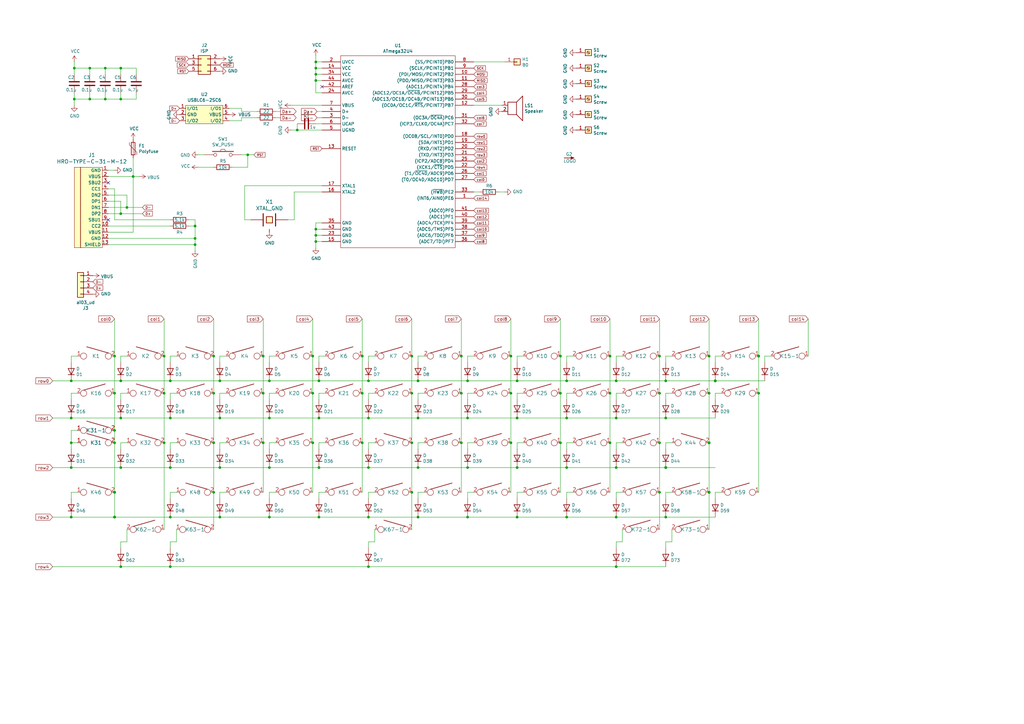
<source format=kicad_sch>
(kicad_sch (version 20210621) (generator eeschema)
  (paper "A3")
  (junction (at 29.21 156.21) (diameter 0.9144))
  (junction (at 29.21 171.45) (diameter 0.9144))
  (junction (at 29.21 181.61) (diameter 0.9144))
  (junction (at 29.21 191.77) (diameter 0.9144))
  (junction (at 29.21 212.09) (diameter 0.9144))
  (junction (at 30.48 27.94) (diameter 0.9144))
  (junction (at 30.48 40.64) (diameter 0.9144))
  (junction (at 36.83 27.94) (diameter 0.9144))
  (junction (at 36.83 40.64) (diameter 0.9144))
  (junction (at 43.18 27.94) (diameter 0.9144))
  (junction (at 43.18 40.64) (diameter 0.9144))
  (junction (at 46.99 146.05) (diameter 0.9144))
  (junction (at 46.99 161.29) (diameter 0.9144))
  (junction (at 46.99 176.53) (diameter 0.9144))
  (junction (at 46.99 181.61) (diameter 0.9144))
  (junction (at 46.99 201.93) (diameter 1.016))
  (junction (at 46.99 212.09) (diameter 1.016))
  (junction (at 49.53 27.94) (diameter 0.9144))
  (junction (at 49.53 40.64) (diameter 0.9144))
  (junction (at 49.53 87.63) (diameter 0.9144))
  (junction (at 49.53 156.21) (diameter 0.9144))
  (junction (at 49.53 171.45) (diameter 0.9144))
  (junction (at 49.53 191.77) (diameter 0.9144))
  (junction (at 49.53 232.41) (diameter 0.9144))
  (junction (at 52.07 85.09) (diameter 0.9144))
  (junction (at 54.61 72.39) (diameter 0.9144))
  (junction (at 67.31 146.05) (diameter 0.9144))
  (junction (at 67.31 161.29) (diameter 0.9144))
  (junction (at 67.31 181.61) (diameter 0.9144))
  (junction (at 69.85 156.21) (diameter 0.9144))
  (junction (at 69.85 171.45) (diameter 0.9144))
  (junction (at 69.85 191.77) (diameter 0.9144))
  (junction (at 69.85 212.09) (diameter 0.9144))
  (junction (at 69.85 232.41) (diameter 0.9144))
  (junction (at 80.01 92.71) (diameter 0.9144))
  (junction (at 80.01 97.79) (diameter 0.9144))
  (junction (at 80.01 100.33) (diameter 0.9144))
  (junction (at 87.63 146.05) (diameter 0.9144))
  (junction (at 87.63 161.29) (diameter 0.9144))
  (junction (at 87.63 181.61) (diameter 0.9144))
  (junction (at 87.63 201.93) (diameter 0.9144))
  (junction (at 90.17 156.21) (diameter 0.9144))
  (junction (at 90.17 171.45) (diameter 0.9144))
  (junction (at 90.17 191.77) (diameter 0.9144))
  (junction (at 90.17 212.09) (diameter 0.9144))
  (junction (at 101.6 63.5) (diameter 0.9144))
  (junction (at 107.95 146.05) (diameter 0.9144))
  (junction (at 107.95 161.29) (diameter 0.9144))
  (junction (at 107.95 181.61) (diameter 0.9144))
  (junction (at 110.49 156.21) (diameter 0.9144))
  (junction (at 110.49 171.45) (diameter 0.9144))
  (junction (at 110.49 191.77) (diameter 0.9144))
  (junction (at 110.49 212.09) (diameter 0.9144))
  (junction (at 121.92 53.34) (diameter 0.9144))
  (junction (at 128.27 146.05) (diameter 0.9144))
  (junction (at 128.27 161.29) (diameter 0.9144))
  (junction (at 128.27 181.61) (diameter 0.9144))
  (junction (at 129.54 25.4) (diameter 0.9144))
  (junction (at 129.54 27.94) (diameter 0.9144))
  (junction (at 129.54 30.48) (diameter 0.9144))
  (junction (at 129.54 33.02) (diameter 0.9144))
  (junction (at 129.54 93.98) (diameter 0.9144))
  (junction (at 129.54 96.52) (diameter 0.9144))
  (junction (at 129.54 99.06) (diameter 0.9144))
  (junction (at 130.81 156.21) (diameter 0.9144))
  (junction (at 130.81 171.45) (diameter 0.9144))
  (junction (at 130.81 191.77) (diameter 0.9144))
  (junction (at 130.81 212.09) (diameter 0.9144))
  (junction (at 148.59 146.05) (diameter 0.9144))
  (junction (at 148.59 161.29) (diameter 0.9144))
  (junction (at 148.59 181.61) (diameter 0.9144))
  (junction (at 151.13 156.21) (diameter 0.9144))
  (junction (at 151.13 171.45) (diameter 0.9144))
  (junction (at 151.13 191.77) (diameter 0.9144))
  (junction (at 151.13 212.09) (diameter 0.9144))
  (junction (at 151.13 232.41) (diameter 0.9144))
  (junction (at 168.91 146.05) (diameter 0.9144))
  (junction (at 168.91 161.29) (diameter 0.9144))
  (junction (at 168.91 181.61) (diameter 0.9144))
  (junction (at 168.91 201.93) (diameter 0.9144))
  (junction (at 171.45 156.21) (diameter 0.9144))
  (junction (at 171.45 171.45) (diameter 0.9144))
  (junction (at 171.45 191.77) (diameter 0.9144))
  (junction (at 171.45 212.09) (diameter 0.9144))
  (junction (at 189.23 146.05) (diameter 0.9144))
  (junction (at 189.23 161.29) (diameter 0.9144))
  (junction (at 189.23 181.61) (diameter 0.9144))
  (junction (at 191.77 156.21) (diameter 0.9144))
  (junction (at 191.77 171.45) (diameter 0.9144))
  (junction (at 191.77 191.77) (diameter 0.9144))
  (junction (at 191.77 212.09) (diameter 0.9144))
  (junction (at 209.55 146.05) (diameter 0.9144))
  (junction (at 209.55 161.29) (diameter 0.9144))
  (junction (at 209.55 181.61) (diameter 0.9144))
  (junction (at 212.09 156.21) (diameter 0.9144))
  (junction (at 212.09 171.45) (diameter 0.9144))
  (junction (at 212.09 191.77) (diameter 0.9144))
  (junction (at 212.09 212.09) (diameter 0.9144))
  (junction (at 229.87 146.05) (diameter 0.9144))
  (junction (at 229.87 161.29) (diameter 0.9144))
  (junction (at 229.87 181.61) (diameter 0.9144))
  (junction (at 232.41 156.21) (diameter 0.9144))
  (junction (at 232.41 171.45) (diameter 0.9144))
  (junction (at 232.41 191.77) (diameter 0.9144))
  (junction (at 232.41 212.09) (diameter 0.9144))
  (junction (at 250.19 146.05) (diameter 0.9144))
  (junction (at 250.19 161.29) (diameter 0.9144))
  (junction (at 250.19 181.61) (diameter 0.9144))
  (junction (at 252.73 156.21) (diameter 0.9144))
  (junction (at 252.73 171.45) (diameter 0.9144))
  (junction (at 252.73 191.77) (diameter 0.9144))
  (junction (at 252.73 212.09) (diameter 0.9144))
  (junction (at 252.73 232.41) (diameter 0.9144))
  (junction (at 270.51 146.05) (diameter 0.9144))
  (junction (at 270.51 161.29) (diameter 0.9144))
  (junction (at 270.51 181.61) (diameter 0.9144))
  (junction (at 270.51 201.93) (diameter 0.9144))
  (junction (at 273.05 156.21) (diameter 0.9144))
  (junction (at 273.05 171.45) (diameter 0.9144))
  (junction (at 273.05 191.77) (diameter 1.016))
  (junction (at 273.05 212.09) (diameter 0.9144))
  (junction (at 290.83 146.05) (diameter 0.9144))
  (junction (at 290.83 161.29) (diameter 0.9144))
  (junction (at 290.83 181.61) (diameter 1.016))
  (junction (at 290.83 201.93) (diameter 1.016))
  (junction (at 293.37 156.21) (diameter 1.016))
  (junction (at 311.15 146.05) (diameter 1.016))
  (junction (at 311.15 161.29) (diameter 0.9144))
  (no_connect (at 44.45 74.93))
  (no_connect (at 44.45 90.17))
  (no_connect (at 132.08 35.56))
  (wire (pts (xy 21.59 156.21) (xy 29.21 156.21)))
  (wire (pts (xy 21.59 171.45) (xy 29.21 171.45)))
  (wire (pts (xy 21.59 212.09) (xy 29.21 212.09)))
  (wire (pts (xy 21.59 232.41) (xy 49.53 232.41)))
  (wire (pts (xy 29.21 146.05) (xy 31.75 146.05)))
  (wire (pts (xy 29.21 148.59) (xy 29.21 146.05)))
  (wire (pts (xy 29.21 156.21) (xy 49.53 156.21)))
  (wire (pts (xy 29.21 161.29) (xy 31.75 161.29)))
  (wire (pts (xy 29.21 163.83) (xy 29.21 161.29)))
  (wire (pts (xy 29.21 171.45) (xy 49.53 171.45)))
  (wire (pts (xy 29.21 176.53) (xy 29.21 181.61)))
  (wire (pts (xy 29.21 181.61) (xy 31.75 181.61)))
  (wire (pts (xy 29.21 184.15) (xy 29.21 181.61)))
  (wire (pts (xy 29.21 191.77) (xy 21.59 191.77)))
  (wire (pts (xy 29.21 201.93) (xy 31.75 201.93)))
  (wire (pts (xy 29.21 204.47) (xy 29.21 201.93)))
  (wire (pts (xy 29.21 212.09) (xy 46.99 212.09)))
  (wire (pts (xy 30.48 25.4) (xy 30.48 27.94)))
  (wire (pts (xy 30.48 27.94) (xy 30.48 30.48)))
  (wire (pts (xy 30.48 27.94) (xy 36.83 27.94)))
  (wire (pts (xy 30.48 38.1) (xy 30.48 40.64)))
  (wire (pts (xy 30.48 40.64) (xy 30.48 43.18)))
  (wire (pts (xy 30.48 40.64) (xy 36.83 40.64)))
  (wire (pts (xy 31.75 176.53) (xy 29.21 176.53)))
  (wire (pts (xy 36.83 27.94) (xy 43.18 27.94)))
  (wire (pts (xy 36.83 30.48) (xy 36.83 27.94)))
  (wire (pts (xy 36.83 40.64) (xy 36.83 38.1)))
  (wire (pts (xy 36.83 40.64) (xy 43.18 40.64)))
  (wire (pts (xy 43.18 27.94) (xy 49.53 27.94)))
  (wire (pts (xy 43.18 30.48) (xy 43.18 27.94)))
  (wire (pts (xy 43.18 40.64) (xy 43.18 38.1)))
  (wire (pts (xy 43.18 40.64) (xy 49.53 40.64)))
  (wire (pts (xy 44.45 69.85) (xy 46.99 69.85)))
  (wire (pts (xy 44.45 72.39) (xy 54.61 72.39)))
  (wire (pts (xy 44.45 77.47) (xy 46.99 77.47)))
  (wire (pts (xy 44.45 80.01) (xy 52.07 80.01)))
  (wire (pts (xy 44.45 87.63) (xy 49.53 87.63)))
  (wire (pts (xy 44.45 92.71) (xy 69.85 92.71)))
  (wire (pts (xy 44.45 97.79) (xy 80.01 97.79)))
  (wire (pts (xy 44.45 100.33) (xy 80.01 100.33)))
  (wire (pts (xy 46.99 77.47) (xy 46.99 90.17)))
  (wire (pts (xy 46.99 90.17) (xy 69.85 90.17)))
  (wire (pts (xy 46.99 130.81) (xy 46.99 146.05)))
  (wire (pts (xy 46.99 146.05) (xy 46.99 161.29)))
  (wire (pts (xy 46.99 161.29) (xy 46.99 176.53)))
  (wire (pts (xy 46.99 176.53) (xy 46.99 181.61)))
  (wire (pts (xy 46.99 181.61) (xy 46.99 201.93)))
  (wire (pts (xy 46.99 201.93) (xy 46.99 212.09)))
  (wire (pts (xy 46.99 212.09) (xy 69.85 212.09)))
  (wire (pts (xy 49.53 27.94) (xy 55.88 27.94)))
  (wire (pts (xy 49.53 30.48) (xy 49.53 27.94)))
  (wire (pts (xy 49.53 40.64) (xy 49.53 38.1)))
  (wire (pts (xy 49.53 40.64) (xy 55.88 40.64)))
  (wire (pts (xy 49.53 82.55) (xy 44.45 82.55)))
  (wire (pts (xy 49.53 87.63) (xy 49.53 82.55)))
  (wire (pts (xy 49.53 87.63) (xy 58.42 87.63)))
  (wire (pts (xy 49.53 146.05) (xy 52.07 146.05)))
  (wire (pts (xy 49.53 148.59) (xy 49.53 146.05)))
  (wire (pts (xy 49.53 156.21) (xy 69.85 156.21)))
  (wire (pts (xy 49.53 161.29) (xy 52.07 161.29)))
  (wire (pts (xy 49.53 163.83) (xy 49.53 161.29)))
  (wire (pts (xy 49.53 171.45) (xy 69.85 171.45)))
  (wire (pts (xy 49.53 181.61) (xy 52.07 181.61)))
  (wire (pts (xy 49.53 184.15) (xy 49.53 181.61)))
  (wire (pts (xy 49.53 191.77) (xy 29.21 191.77)))
  (wire (pts (xy 49.53 222.25) (xy 52.07 222.25)))
  (wire (pts (xy 49.53 224.79) (xy 49.53 222.25)))
  (wire (pts (xy 52.07 80.01) (xy 52.07 85.09)))
  (wire (pts (xy 52.07 85.09) (xy 44.45 85.09)))
  (wire (pts (xy 52.07 85.09) (xy 58.42 85.09)))
  (wire (pts (xy 52.07 222.25) (xy 52.07 217.17)))
  (wire (pts (xy 54.61 72.39) (xy 54.61 64.77)))
  (wire (pts (xy 54.61 72.39) (xy 54.61 95.25)))
  (wire (pts (xy 54.61 72.39) (xy 57.15 72.39)))
  (wire (pts (xy 54.61 95.25) (xy 44.45 95.25)))
  (wire (pts (xy 55.88 27.94) (xy 55.88 30.48)))
  (wire (pts (xy 55.88 40.64) (xy 55.88 38.1)))
  (wire (pts (xy 67.31 146.05) (xy 67.31 130.81)))
  (wire (pts (xy 67.31 161.29) (xy 67.31 146.05)))
  (wire (pts (xy 67.31 181.61) (xy 67.31 161.29)))
  (wire (pts (xy 67.31 181.61) (xy 67.31 217.17)))
  (wire (pts (xy 69.85 146.05) (xy 72.39 146.05)))
  (wire (pts (xy 69.85 148.59) (xy 69.85 146.05)))
  (wire (pts (xy 69.85 156.21) (xy 90.17 156.21)))
  (wire (pts (xy 69.85 161.29) (xy 72.39 161.29)))
  (wire (pts (xy 69.85 163.83) (xy 69.85 161.29)))
  (wire (pts (xy 69.85 171.45) (xy 90.17 171.45)))
  (wire (pts (xy 69.85 181.61) (xy 72.39 181.61)))
  (wire (pts (xy 69.85 184.15) (xy 69.85 181.61)))
  (wire (pts (xy 69.85 191.77) (xy 49.53 191.77)))
  (wire (pts (xy 69.85 201.93) (xy 72.39 201.93)))
  (wire (pts (xy 69.85 204.47) (xy 69.85 201.93)))
  (wire (pts (xy 69.85 212.09) (xy 90.17 212.09)))
  (wire (pts (xy 69.85 222.25) (xy 72.39 222.25)))
  (wire (pts (xy 69.85 224.79) (xy 69.85 222.25)))
  (wire (pts (xy 69.85 232.41) (xy 49.53 232.41)))
  (wire (pts (xy 72.39 222.25) (xy 72.39 217.17)))
  (wire (pts (xy 77.47 90.17) (xy 80.01 90.17)))
  (wire (pts (xy 77.47 92.71) (xy 80.01 92.71)))
  (wire (pts (xy 80.01 90.17) (xy 80.01 92.71)))
  (wire (pts (xy 80.01 92.71) (xy 80.01 97.79)))
  (wire (pts (xy 80.01 97.79) (xy 80.01 100.33)))
  (wire (pts (xy 80.01 100.33) (xy 80.01 102.87)))
  (wire (pts (xy 81.28 63.5) (xy 83.82 63.5)))
  (wire (pts (xy 81.28 68.58) (xy 87.63 68.58)))
  (wire (pts (xy 87.63 130.81) (xy 87.63 146.05)))
  (wire (pts (xy 87.63 146.05) (xy 87.63 161.29)))
  (wire (pts (xy 87.63 161.29) (xy 87.63 181.61)))
  (wire (pts (xy 87.63 181.61) (xy 87.63 201.93)))
  (wire (pts (xy 87.63 201.93) (xy 87.63 217.17)))
  (wire (pts (xy 90.17 146.05) (xy 92.71 146.05)))
  (wire (pts (xy 90.17 148.59) (xy 90.17 146.05)))
  (wire (pts (xy 90.17 156.21) (xy 110.49 156.21)))
  (wire (pts (xy 90.17 161.29) (xy 92.71 161.29)))
  (wire (pts (xy 90.17 163.83) (xy 90.17 161.29)))
  (wire (pts (xy 90.17 171.45) (xy 110.49 171.45)))
  (wire (pts (xy 90.17 181.61) (xy 92.71 181.61)))
  (wire (pts (xy 90.17 184.15) (xy 90.17 181.61)))
  (wire (pts (xy 90.17 191.77) (xy 69.85 191.77)))
  (wire (pts (xy 90.17 201.93) (xy 92.71 201.93)))
  (wire (pts (xy 90.17 204.47) (xy 90.17 201.93)))
  (wire (pts (xy 90.17 212.09) (xy 110.49 212.09)))
  (wire (pts (xy 93.98 44.45) (xy 99.06 44.45)))
  (wire (pts (xy 93.98 49.53) (xy 99.06 49.53)))
  (wire (pts (xy 99.06 44.45) (xy 99.06 45.72)))
  (wire (pts (xy 99.06 45.72) (xy 105.41 45.72)))
  (wire (pts (xy 99.06 48.26) (xy 105.41 48.26)))
  (wire (pts (xy 99.06 49.53) (xy 99.06 48.26)))
  (wire (pts (xy 99.06 63.5) (xy 101.6 63.5)))
  (wire (pts (xy 100.33 76.2) (xy 132.08 76.2)))
  (wire (pts (xy 100.33 90.17) (xy 100.33 76.2)))
  (wire (pts (xy 100.33 90.17) (xy 102.87 90.17)))
  (wire (pts (xy 101.6 63.5) (xy 101.6 68.58)))
  (wire (pts (xy 101.6 68.58) (xy 95.25 68.58)))
  (wire (pts (xy 104.14 63.5) (xy 101.6 63.5)))
  (wire (pts (xy 107.95 130.81) (xy 107.95 146.05)))
  (wire (pts (xy 107.95 146.05) (xy 107.95 161.29)))
  (wire (pts (xy 107.95 161.29) (xy 107.95 181.61)))
  (wire (pts (xy 107.95 181.61) (xy 107.95 201.93)))
  (wire (pts (xy 110.49 146.05) (xy 113.03 146.05)))
  (wire (pts (xy 110.49 148.59) (xy 110.49 146.05)))
  (wire (pts (xy 110.49 156.21) (xy 130.81 156.21)))
  (wire (pts (xy 110.49 161.29) (xy 113.03 161.29)))
  (wire (pts (xy 110.49 163.83) (xy 110.49 161.29)))
  (wire (pts (xy 110.49 171.45) (xy 130.81 171.45)))
  (wire (pts (xy 110.49 181.61) (xy 113.03 181.61)))
  (wire (pts (xy 110.49 184.15) (xy 110.49 181.61)))
  (wire (pts (xy 110.49 191.77) (xy 90.17 191.77)))
  (wire (pts (xy 110.49 201.93) (xy 113.03 201.93)))
  (wire (pts (xy 110.49 204.47) (xy 110.49 201.93)))
  (wire (pts (xy 110.49 212.09) (xy 130.81 212.09)))
  (wire (pts (xy 113.03 45.72) (xy 115.062 45.72)))
  (wire (pts (xy 113.03 48.26) (xy 115.062 48.26)))
  (wire (pts (xy 119.38 53.34) (xy 121.92 53.34)))
  (wire (pts (xy 120.65 78.74) (xy 120.65 90.17)))
  (wire (pts (xy 120.65 90.17) (xy 118.11 90.17)))
  (wire (pts (xy 121.92 50.8) (xy 121.92 53.34)))
  (wire (pts (xy 121.92 53.34) (xy 132.08 53.34)))
  (wire (pts (xy 128.27 146.05) (xy 128.27 130.81)))
  (wire (pts (xy 128.27 161.29) (xy 128.27 146.05)))
  (wire (pts (xy 128.27 181.61) (xy 128.27 161.29)))
  (wire (pts (xy 128.27 201.93) (xy 128.27 181.61)))
  (wire (pts (xy 129.54 22.86) (xy 129.54 25.4)))
  (wire (pts (xy 129.54 25.4) (xy 129.54 27.94)))
  (wire (pts (xy 129.54 27.94) (xy 129.54 30.48)))
  (wire (pts (xy 129.54 30.48) (xy 129.54 33.02)))
  (wire (pts (xy 129.54 33.02) (xy 129.54 38.1)))
  (wire (pts (xy 129.54 38.1) (xy 132.08 38.1)))
  (wire (pts (xy 129.54 91.44) (xy 129.54 93.98)))
  (wire (pts (xy 129.54 93.98) (xy 129.54 96.52)))
  (wire (pts (xy 129.54 96.52) (xy 129.54 99.06)))
  (wire (pts (xy 129.54 99.06) (xy 132.08 99.06)))
  (wire (pts (xy 129.54 101.6) (xy 129.54 99.06)))
  (wire (pts (xy 130.048 45.72) (xy 132.08 45.72)))
  (wire (pts (xy 130.048 48.26) (xy 132.08 48.26)))
  (wire (pts (xy 130.81 146.05) (xy 133.35 146.05)))
  (wire (pts (xy 130.81 148.59) (xy 130.81 146.05)))
  (wire (pts (xy 130.81 156.21) (xy 151.13 156.21)))
  (wire (pts (xy 130.81 161.29) (xy 133.35 161.29)))
  (wire (pts (xy 130.81 163.83) (xy 130.81 161.29)))
  (wire (pts (xy 130.81 171.45) (xy 151.13 171.45)))
  (wire (pts (xy 130.81 181.61) (xy 133.35 181.61)))
  (wire (pts (xy 130.81 184.15) (xy 130.81 181.61)))
  (wire (pts (xy 130.81 191.77) (xy 110.49 191.77)))
  (wire (pts (xy 130.81 201.93) (xy 133.35 201.93)))
  (wire (pts (xy 130.81 204.47) (xy 130.81 201.93)))
  (wire (pts (xy 130.81 212.09) (xy 151.13 212.09)))
  (wire (pts (xy 132.08 25.4) (xy 129.54 25.4)))
  (wire (pts (xy 132.08 27.94) (xy 129.54 27.94)))
  (wire (pts (xy 132.08 30.48) (xy 129.54 30.48)))
  (wire (pts (xy 132.08 33.02) (xy 129.54 33.02)))
  (wire (pts (xy 132.08 43.18) (xy 119.38 43.18)))
  (wire (pts (xy 132.08 50.8) (xy 129.54 50.8)))
  (wire (pts (xy 132.08 78.74) (xy 120.65 78.74)))
  (wire (pts (xy 132.08 91.44) (xy 129.54 91.44)))
  (wire (pts (xy 132.08 93.98) (xy 129.54 93.98)))
  (wire (pts (xy 132.08 96.52) (xy 129.54 96.52)))
  (wire (pts (xy 148.59 130.81) (xy 148.59 146.05)))
  (wire (pts (xy 148.59 146.05) (xy 148.59 161.29)))
  (wire (pts (xy 148.59 161.29) (xy 148.59 181.61)))
  (wire (pts (xy 148.59 181.61) (xy 148.59 201.93)))
  (wire (pts (xy 151.13 146.05) (xy 153.67 146.05)))
  (wire (pts (xy 151.13 148.59) (xy 151.13 146.05)))
  (wire (pts (xy 151.13 156.21) (xy 171.45 156.21)))
  (wire (pts (xy 151.13 161.29) (xy 153.67 161.29)))
  (wire (pts (xy 151.13 163.83) (xy 151.13 161.29)))
  (wire (pts (xy 151.13 171.45) (xy 171.45 171.45)))
  (wire (pts (xy 151.13 181.61) (xy 153.67 181.61)))
  (wire (pts (xy 151.13 184.15) (xy 151.13 181.61)))
  (wire (pts (xy 151.13 191.77) (xy 130.81 191.77)))
  (wire (pts (xy 151.13 201.93) (xy 153.67 201.93)))
  (wire (pts (xy 151.13 204.47) (xy 151.13 201.93)))
  (wire (pts (xy 151.13 212.09) (xy 171.45 212.09)))
  (wire (pts (xy 151.13 222.25) (xy 153.67 222.25)))
  (wire (pts (xy 151.13 224.79) (xy 151.13 222.25)))
  (wire (pts (xy 151.13 232.41) (xy 69.85 232.41)))
  (wire (pts (xy 151.13 232.41) (xy 252.73 232.41)))
  (wire (pts (xy 153.67 217.17) (xy 153.67 222.25)))
  (wire (pts (xy 168.91 146.05) (xy 168.91 130.81)))
  (wire (pts (xy 168.91 161.29) (xy 168.91 146.05)))
  (wire (pts (xy 168.91 181.61) (xy 168.91 161.29)))
  (wire (pts (xy 168.91 201.93) (xy 168.91 181.61)))
  (wire (pts (xy 168.91 217.17) (xy 168.91 201.93)))
  (wire (pts (xy 171.45 146.05) (xy 173.99 146.05)))
  (wire (pts (xy 171.45 148.59) (xy 171.45 146.05)))
  (wire (pts (xy 171.45 156.21) (xy 191.77 156.21)))
  (wire (pts (xy 171.45 161.29) (xy 173.99 161.29)))
  (wire (pts (xy 171.45 163.83) (xy 171.45 161.29)))
  (wire (pts (xy 171.45 171.45) (xy 191.77 171.45)))
  (wire (pts (xy 171.45 181.61) (xy 173.99 181.61)))
  (wire (pts (xy 171.45 184.15) (xy 171.45 181.61)))
  (wire (pts (xy 171.45 191.77) (xy 151.13 191.77)))
  (wire (pts (xy 171.45 201.93) (xy 173.99 201.93)))
  (wire (pts (xy 171.45 204.47) (xy 171.45 201.93)))
  (wire (pts (xy 171.45 212.09) (xy 191.77 212.09)))
  (wire (pts (xy 189.23 130.81) (xy 189.23 146.05)))
  (wire (pts (xy 189.23 146.05) (xy 189.23 161.29)))
  (wire (pts (xy 189.23 161.29) (xy 189.23 181.61)))
  (wire (pts (xy 189.23 181.61) (xy 189.23 201.93)))
  (wire (pts (xy 191.77 146.05) (xy 194.31 146.05)))
  (wire (pts (xy 191.77 148.59) (xy 191.77 146.05)))
  (wire (pts (xy 191.77 156.21) (xy 212.09 156.21)))
  (wire (pts (xy 191.77 161.29) (xy 194.31 161.29)))
  (wire (pts (xy 191.77 163.83) (xy 191.77 161.29)))
  (wire (pts (xy 191.77 171.45) (xy 212.09 171.45)))
  (wire (pts (xy 191.77 181.61) (xy 194.31 181.61)))
  (wire (pts (xy 191.77 184.15) (xy 191.77 181.61)))
  (wire (pts (xy 191.77 191.77) (xy 171.45 191.77)))
  (wire (pts (xy 191.77 201.93) (xy 194.31 201.93)))
  (wire (pts (xy 191.77 204.47) (xy 191.77 201.93)))
  (wire (pts (xy 191.77 212.09) (xy 212.09 212.09)))
  (wire (pts (xy 194.31 25.4) (xy 207.01 25.4)))
  (wire (pts (xy 194.31 43.18) (xy 205.74 43.18)))
  (wire (pts (xy 196.85 78.74) (xy 194.31 78.74)))
  (wire (pts (xy 207.01 78.74) (xy 204.47 78.74)))
  (wire (pts (xy 209.55 146.05) (xy 209.55 130.81)))
  (wire (pts (xy 209.55 161.29) (xy 209.55 146.05)))
  (wire (pts (xy 209.55 181.61) (xy 209.55 161.29)))
  (wire (pts (xy 209.55 201.93) (xy 209.55 181.61)))
  (wire (pts (xy 212.09 146.05) (xy 214.63 146.05)))
  (wire (pts (xy 212.09 148.59) (xy 212.09 146.05)))
  (wire (pts (xy 212.09 156.21) (xy 232.41 156.21)))
  (wire (pts (xy 212.09 161.29) (xy 214.63 161.29)))
  (wire (pts (xy 212.09 163.83) (xy 212.09 161.29)))
  (wire (pts (xy 212.09 171.45) (xy 232.41 171.45)))
  (wire (pts (xy 212.09 181.61) (xy 214.63 181.61)))
  (wire (pts (xy 212.09 184.15) (xy 212.09 181.61)))
  (wire (pts (xy 212.09 191.77) (xy 191.77 191.77)))
  (wire (pts (xy 212.09 201.93) (xy 214.63 201.93)))
  (wire (pts (xy 212.09 204.47) (xy 212.09 201.93)))
  (wire (pts (xy 212.09 212.09) (xy 232.41 212.09)))
  (wire (pts (xy 229.87 130.81) (xy 229.87 146.05)))
  (wire (pts (xy 229.87 146.05) (xy 229.87 161.29)))
  (wire (pts (xy 229.87 161.29) (xy 229.87 181.61)))
  (wire (pts (xy 229.87 181.61) (xy 229.87 201.93)))
  (wire (pts (xy 232.41 146.05) (xy 234.95 146.05)))
  (wire (pts (xy 232.41 148.59) (xy 232.41 146.05)))
  (wire (pts (xy 232.41 156.21) (xy 252.73 156.21)))
  (wire (pts (xy 232.41 161.29) (xy 234.95 161.29)))
  (wire (pts (xy 232.41 163.83) (xy 232.41 161.29)))
  (wire (pts (xy 232.41 171.45) (xy 252.73 171.45)))
  (wire (pts (xy 232.41 181.61) (xy 234.95 181.61)))
  (wire (pts (xy 232.41 184.15) (xy 232.41 181.61)))
  (wire (pts (xy 232.41 191.77) (xy 212.09 191.77)))
  (wire (pts (xy 232.41 201.93) (xy 234.95 201.93)))
  (wire (pts (xy 232.41 204.47) (xy 232.41 201.93)))
  (wire (pts (xy 232.41 212.09) (xy 252.73 212.09)))
  (wire (pts (xy 250.19 146.05) (xy 250.19 130.81)))
  (wire (pts (xy 250.19 161.29) (xy 250.19 146.05)))
  (wire (pts (xy 250.19 181.61) (xy 250.19 161.29)))
  (wire (pts (xy 250.19 201.93) (xy 250.19 181.61)))
  (wire (pts (xy 252.73 146.05) (xy 255.27 146.05)))
  (wire (pts (xy 252.73 148.59) (xy 252.73 146.05)))
  (wire (pts (xy 252.73 156.21) (xy 273.05 156.21)))
  (wire (pts (xy 252.73 161.29) (xy 255.27 161.29)))
  (wire (pts (xy 252.73 163.83) (xy 252.73 161.29)))
  (wire (pts (xy 252.73 171.45) (xy 273.05 171.45)))
  (wire (pts (xy 252.73 181.61) (xy 255.27 181.61)))
  (wire (pts (xy 252.73 184.15) (xy 252.73 181.61)))
  (wire (pts (xy 252.73 191.77) (xy 232.41 191.77)))
  (wire (pts (xy 252.73 191.77) (xy 273.05 191.77)))
  (wire (pts (xy 252.73 201.93) (xy 255.27 201.93)))
  (wire (pts (xy 252.73 204.47) (xy 252.73 201.93)))
  (wire (pts (xy 252.73 212.09) (xy 273.05 212.09)))
  (wire (pts (xy 252.73 222.25) (xy 255.27 222.25)))
  (wire (pts (xy 252.73 224.79) (xy 252.73 222.25)))
  (wire (pts (xy 255.27 222.25) (xy 255.27 217.17)))
  (wire (pts (xy 270.51 130.81) (xy 270.51 146.05)))
  (wire (pts (xy 270.51 146.05) (xy 270.51 161.29)))
  (wire (pts (xy 270.51 161.29) (xy 270.51 181.61)))
  (wire (pts (xy 270.51 181.61) (xy 270.51 201.93)))
  (wire (pts (xy 270.51 201.93) (xy 270.51 217.17)))
  (wire (pts (xy 273.05 146.05) (xy 275.59 146.05)))
  (wire (pts (xy 273.05 148.59) (xy 273.05 146.05)))
  (wire (pts (xy 273.05 156.21) (xy 293.37 156.21)))
  (wire (pts (xy 273.05 161.29) (xy 275.59 161.29)))
  (wire (pts (xy 273.05 163.83) (xy 273.05 161.29)))
  (wire (pts (xy 273.05 171.45) (xy 293.37 171.45)))
  (wire (pts (xy 273.05 181.61) (xy 275.59 181.61)))
  (wire (pts (xy 273.05 184.15) (xy 273.05 181.61)))
  (wire (pts (xy 273.05 191.77) (xy 293.37 191.77)))
  (wire (pts (xy 273.05 201.93) (xy 275.59 201.93)))
  (wire (pts (xy 273.05 204.47) (xy 273.05 201.93)))
  (wire (pts (xy 273.05 212.09) (xy 293.37 212.09)))
  (wire (pts (xy 273.05 222.25) (xy 275.59 222.25)))
  (wire (pts (xy 273.05 224.79) (xy 273.05 222.25)))
  (wire (pts (xy 273.05 232.41) (xy 252.73 232.41)))
  (wire (pts (xy 275.59 222.25) (xy 275.59 217.17)))
  (wire (pts (xy 290.83 146.05) (xy 290.83 130.81)))
  (wire (pts (xy 290.83 161.29) (xy 290.83 146.05)))
  (wire (pts (xy 290.83 161.29) (xy 290.83 181.61)))
  (wire (pts (xy 290.83 181.61) (xy 290.83 201.93)))
  (wire (pts (xy 290.83 201.93) (xy 290.83 217.17)))
  (wire (pts (xy 293.37 146.05) (xy 295.91 146.05)))
  (wire (pts (xy 293.37 148.59) (xy 293.37 146.05)))
  (wire (pts (xy 293.37 156.21) (xy 313.69 156.21)))
  (wire (pts (xy 293.37 161.29) (xy 295.91 161.29)))
  (wire (pts (xy 293.37 163.83) (xy 293.37 161.29)))
  (wire (pts (xy 293.37 201.93) (xy 295.91 201.93)))
  (wire (pts (xy 293.37 204.47) (xy 293.37 201.93)))
  (wire (pts (xy 311.15 130.81) (xy 311.15 146.05)))
  (wire (pts (xy 311.15 146.05) (xy 311.15 161.29)))
  (wire (pts (xy 311.15 161.29) (xy 311.15 201.93)))
  (wire (pts (xy 313.69 146.05) (xy 316.23 146.05)))
  (wire (pts (xy 313.69 148.59) (xy 313.69 146.05)))
  (wire (pts (xy 331.47 130.81) (xy 331.47 146.05)))
  (global_label "row0" (shape input) (at 21.59 156.21 180) (property "Intersheet References" "${INTERSHEET_REFS}" (effects hide)))
  (global_label "row1" (shape input) (at 21.59 171.45 180) (property "Intersheet References" "${INTERSHEET_REFS}" (effects hide)))
  (global_label "row2" (shape input) (at 21.59 191.77 180) (property "Intersheet References" "${INTERSHEET_REFS}" (effects hide)))
  (global_label "row3" (shape input) (at 21.59 212.09 180) (property "Intersheet References" "${INTERSHEET_REFS}" (effects hide)))
  (global_label "row4" (shape input) (at 21.59 232.41 180) (property "Intersheet References" "${INTERSHEET_REFS}" (effects hide)))
  (global_label "D-" (shape input) (at 38.1 115.57 0) (effects (font (size 0.9906 0.9906))) (property "Intersheet References" "${INTERSHEET_REFS}" (effects hide)))
  (global_label "D+" (shape input) (at 38.1 118.11 0) (effects (font (size 0.9906 0.9906))) (property "Intersheet References" "${INTERSHEET_REFS}" (effects hide)))
  (global_label "col0" (shape input) (at 46.99 130.81 180) (property "Intersheet References" "${INTERSHEET_REFS}" (effects hide)))
  (global_label "D-" (shape input) (at 58.42 85.09 0) (effects (font (size 0.9906 0.9906))) (property "Intersheet References" "${INTERSHEET_REFS}" (effects hide)))
  (global_label "D+" (shape input) (at 58.42 87.63 0) (effects (font (size 0.9906 0.9906))) (property "Intersheet References" "${INTERSHEET_REFS}" (effects hide)))
  (global_label "col1" (shape input) (at 67.31 130.81 180) (property "Intersheet References" "${INTERSHEET_REFS}" (effects hide)))
  (global_label "D+" (shape input) (at 73.66 44.45 180) (effects (font (size 0.9906 0.9906))) (property "Intersheet References" "${INTERSHEET_REFS}" (effects hide)))
  (global_label "D-" (shape input) (at 73.66 49.53 180) (effects (font (size 0.9906 0.9906))) (property "Intersheet References" "${INTERSHEET_REFS}" (effects hide)))
  (global_label "MISO" (shape input) (at 77.47 24.13 180) (effects (font (size 0.9906 0.9906))) (property "Intersheet References" "${INTERSHEET_REFS}" (effects hide)))
  (global_label "SCK" (shape input) (at 77.47 26.67 180) (effects (font (size 0.9906 0.9906))) (property "Intersheet References" "${INTERSHEET_REFS}" (effects hide)))
  (global_label "RST" (shape input) (at 77.47 29.21 180) (effects (font (size 0.9906 0.9906))) (property "Intersheet References" "${INTERSHEET_REFS}" (effects hide)))
  (global_label "col2" (shape input) (at 87.63 130.81 180) (property "Intersheet References" "${INTERSHEET_REFS}" (effects hide)))
  (global_label "MOSI" (shape input) (at 90.17 26.67 0) (effects (font (size 0.9906 0.9906))) (property "Intersheet References" "${INTERSHEET_REFS}" (effects hide)))
  (global_label "RST" (shape input) (at 104.14 63.5 0) (effects (font (size 0.9906 0.9906))) (property "Intersheet References" "${INTERSHEET_REFS}" (effects hide)))
  (global_label "col3" (shape input) (at 107.95 130.81 180) (property "Intersheet References" "${INTERSHEET_REFS}" (effects hide)))
  (global_label "Da+" (shape output) (at 115.062 45.72 0) (property "Intersheet References" "${INTERSHEET_REFS}" (effects hide)))
  (global_label "Da-" (shape output) (at 115.062 48.26 0) (property "Intersheet References" "${INTERSHEET_REFS}" (effects hide)))
  (global_label "col4" (shape input) (at 128.27 130.81 180) (property "Intersheet References" "${INTERSHEET_REFS}" (effects hide)))
  (global_label "Da+" (shape input) (at 130.048 45.72 180) (property "Intersheet References" "${INTERSHEET_REFS}" (effects hide)))
  (global_label "Da-" (shape input) (at 130.048 48.26 180) (property "Intersheet References" "${INTERSHEET_REFS}" (effects hide)))
  (global_label "RST" (shape input) (at 132.08 60.96 180) (effects (font (size 0.9906 0.9906))) (property "Intersheet References" "${INTERSHEET_REFS}" (effects hide)))
  (global_label "col5" (shape input) (at 148.59 130.81 180) (property "Intersheet References" "${INTERSHEET_REFS}" (effects hide)))
  (global_label "col6" (shape input) (at 168.91 130.81 180) (property "Intersheet References" "${INTERSHEET_REFS}" (effects hide)))
  (global_label "col7" (shape input) (at 189.23 130.81 180) (property "Intersheet References" "${INTERSHEET_REFS}" (effects hide)))
  (global_label "SCK" (shape input) (at 194.31 27.94 0) (effects (font (size 0.9906 0.9906))) (property "Intersheet References" "${INTERSHEET_REFS}" (effects hide)))
  (global_label "MOSI" (shape input) (at 194.31 30.48 0) (effects (font (size 0.9906 0.9906))) (property "Intersheet References" "${INTERSHEET_REFS}" (effects hide)))
  (global_label "MISO" (shape input) (at 194.31 33.02 0) (effects (font (size 0.9906 0.9906))) (property "Intersheet References" "${INTERSHEET_REFS}" (effects hide)))
  (global_label "col3" (shape input) (at 194.31 35.56 0) (effects (font (size 0.9906 0.9906))) (property "Intersheet References" "${INTERSHEET_REFS}" (effects hide)))
  (global_label "col4" (shape input) (at 194.31 38.1 0) (effects (font (size 0.9906 0.9906))) (property "Intersheet References" "${INTERSHEET_REFS}" (effects hide)))
  (global_label "col5" (shape input) (at 194.31 40.64 0) (effects (font (size 0.9906 0.9906))) (property "Intersheet References" "${INTERSHEET_REFS}" (effects hide)))
  (global_label "col6" (shape input) (at 194.31 48.26 0) (effects (font (size 0.9906 0.9906))) (property "Intersheet References" "${INTERSHEET_REFS}" (effects hide)))
  (global_label "col7" (shape input) (at 194.31 50.8 0) (effects (font (size 0.9906 0.9906))) (property "Intersheet References" "${INTERSHEET_REFS}" (effects hide)))
  (global_label "row0" (shape input) (at 194.31 55.88 0) (effects (font (size 0.9906 0.9906))) (property "Intersheet References" "${INTERSHEET_REFS}" (effects hide)))
  (global_label "row1" (shape input) (at 194.31 58.42 0) (effects (font (size 0.9906 0.9906))) (property "Intersheet References" "${INTERSHEET_REFS}" (effects hide)))
  (global_label "row2" (shape input) (at 194.31 60.96 0) (effects (font (size 0.9906 0.9906))) (property "Intersheet References" "${INTERSHEET_REFS}" (effects hide)))
  (global_label "row3" (shape input) (at 194.31 63.5 0) (effects (font (size 0.9906 0.9906))) (property "Intersheet References" "${INTERSHEET_REFS}" (effects hide)))
  (global_label "col2" (shape input) (at 194.31 66.04 0) (effects (font (size 0.9906 0.9906))) (property "Intersheet References" "${INTERSHEET_REFS}" (effects hide)))
  (global_label "row4" (shape input) (at 194.31 68.58 0) (effects (font (size 0.9906 0.9906))) (property "Intersheet References" "${INTERSHEET_REFS}" (effects hide)))
  (global_label "col1" (shape input) (at 194.31 71.12 0) (effects (font (size 0.9906 0.9906))) (property "Intersheet References" "${INTERSHEET_REFS}" (effects hide)))
  (global_label "col0" (shape input) (at 194.31 73.66 0) (effects (font (size 0.9906 0.9906))) (property "Intersheet References" "${INTERSHEET_REFS}" (effects hide)))
  (global_label "col14" (shape input) (at 194.31 81.28 0) (effects (font (size 0.9906 0.9906))) (property "Intersheet References" "${INTERSHEET_REFS}" (effects hide)))
  (global_label "col13" (shape input) (at 194.31 86.36 0) (effects (font (size 0.9906 0.9906))) (property "Intersheet References" "${INTERSHEET_REFS}" (effects hide)))
  (global_label "col12" (shape input) (at 194.31 88.9 0) (effects (font (size 0.9906 0.9906))) (property "Intersheet References" "${INTERSHEET_REFS}" (effects hide)))
  (global_label "col11" (shape input) (at 194.31 91.44 0) (effects (font (size 0.9906 0.9906))) (property "Intersheet References" "${INTERSHEET_REFS}" (effects hide)))
  (global_label "col10" (shape input) (at 194.31 93.98 0) (effects (font (size 0.9906 0.9906))) (property "Intersheet References" "${INTERSHEET_REFS}" (effects hide)))
  (global_label "col9" (shape input) (at 194.31 96.52 0) (effects (font (size 0.9906 0.9906))) (property "Intersheet References" "${INTERSHEET_REFS}" (effects hide)))
  (global_label "col8" (shape input) (at 194.31 99.06 0) (effects (font (size 0.9906 0.9906))) (property "Intersheet References" "${INTERSHEET_REFS}" (effects hide)))
  (global_label "col8" (shape input) (at 209.55 130.81 180) (property "Intersheet References" "${INTERSHEET_REFS}" (effects hide)))
  (global_label "col9" (shape input) (at 229.87 130.81 180) (property "Intersheet References" "${INTERSHEET_REFS}" (effects hide)))
  (global_label "col10" (shape input) (at 250.19 130.81 180) (property "Intersheet References" "${INTERSHEET_REFS}" (effects hide)))
  (global_label "col11" (shape input) (at 270.51 130.81 180) (property "Intersheet References" "${INTERSHEET_REFS}" (effects hide)))
  (global_label "col12" (shape input) (at 290.83 130.81 180) (property "Intersheet References" "${INTERSHEET_REFS}" (effects hide)))
  (global_label "col13" (shape input) (at 311.15 130.81 180) (property "Intersheet References" "${INTERSHEET_REFS}" (effects hide)))
  (global_label "col14" (shape input) (at 331.47 130.81 180) (property "Intersheet References" "${INTERSHEET_REFS}" (effects hide)))
  (symbol (lib_id "Graphic:SYM_Arrow_Small") (at 233.426 64.77 0) (unit 1)
    (property "Reference" "G2" (at 233.426 63.246 0))
    (property "Value" "LOGO" (at 233.68 66.04 0))
    (property "Footprint" "Footprints:mkd-1u" (effects hide))
  )
  (symbol (lib_id "Power:VCC") (at 30.48 25.4 0) (unit 1)
    (property "Reference" "#PWR0109" (effects hide))
    (property "Value" "VCC" (at 30.9118 21.0058 0))
  )
  (symbol (lib_id "Power:VBUS") (at 38.1 113.03 270) (unit 1)
    (property "Reference" "#PWR0130" (effects hide))
    (property "Value" "VBUS" (at 41.3512 113.411 90) (effects (justify left)))
  )
  (symbol (lib_id "Power:VCC") (at 54.61 57.15 0) (unit 1)
    (property "Reference" "#PWR0112" (effects hide))
    (property "Value" "VCC" (at 55.0418 52.7558 0))
  )
  (symbol (lib_id "Power:VBUS") (at 57.15 72.39 270) (unit 1)
    (property "Reference" "#PWR0124" (effects hide))
    (property "Value" "VBUS" (at 60.4012 72.771 90) (effects (justify left)))
  )
  (symbol (lib_id "Power:VCC") (at 81.28 68.58 90) (unit 1)
    (property "Reference" "#PWR0104" (effects hide))
    (property "Value" "VCC" (at 78.0542 68.1228 90) (effects (justify left)))
  )
  (symbol (lib_id "Power:VCC") (at 90.17 24.13 270) (unit 1)
    (property "Reference" "#PWR0121" (effects hide))
    (property "Value" "VCC" (at 94.5642 24.5618 0))
  )
  (symbol (lib_id "Power:VBUS") (at 93.98 46.99 270) (unit 1)
    (property "Reference" "#PWR0125" (effects hide))
    (property "Value" "VBUS" (at 97.79 46.99 90) (effects (justify left)))
  )
  (symbol (lib_id "Power:VCC") (at 119.38 43.18 90) (unit 1)
    (property "Reference" "#PWR0113" (effects hide))
    (property "Value" "VCC" (at 114.9858 42.7482 0))
  )
  (symbol (lib_id "Power:VCC") (at 129.54 22.86 0) (unit 1)
    (property "Reference" "#PWR0103" (effects hide))
    (property "Value" "VCC" (at 129.9718 18.4658 0))
  )
  (symbol (lib_id "Power:GND") (at 30.48 43.18 0) (unit 1)
    (property "Reference" "#PWR0110" (effects hide))
    (property "Value" "GND" (at 30.607 47.5742 0))
  )
  (symbol (lib_id "Power:GND") (at 38.1 120.65 90) (unit 1)
    (property "Reference" "#PWR0131" (effects hide))
    (property "Value" "GND" (at 41.3512 120.523 90) (effects (justify right)))
  )
  (symbol (lib_id "Power:GND") (at 46.99 69.85 90) (unit 1)
    (property "Reference" "#PWR0102" (effects hide))
    (property "Value" "GND" (at 50.2412 69.723 90) (effects (justify right)))
  )
  (symbol (lib_id "Power:GND") (at 73.66 46.99 270) (unit 1)
    (property "Reference" "#PWR0126" (effects hide))
    (property "Value" "GND" (at 69.2658 47.117 0))
  )
  (symbol (lib_id "Power:GND") (at 80.01 102.87 0) (unit 1)
    (property "Reference" "#PWR0111" (effects hide))
    (property "Value" "GND" (at 80.137 106.1212 90) (effects (justify right)))
  )
  (symbol (lib_id "Power:GND") (at 81.28 63.5 270) (unit 1)
    (property "Reference" "#PWR0105" (effects hide))
    (property "Value" "GND" (at 78.0288 63.627 90) (effects (justify right)))
  )
  (symbol (lib_id "Power:GND") (at 90.17 29.21 90) (unit 1)
    (property "Reference" "#PWR0120" (effects hide))
    (property "Value" "GND" (at 93.4212 29.083 90) (effects (justify right)))
  )
  (symbol (lib_id "Power:GND") (at 110.49 95.25 0) (unit 1)
    (property "Reference" "#PWR0107" (effects hide))
    (property "Value" "GND" (at 110.617 99.6442 0))
  )
  (symbol (lib_id "Power:GND") (at 119.38 53.34 270) (unit 1)
    (property "Reference" "#PWR0101" (effects hide))
    (property "Value" "GND" (at 114.9858 53.467 0))
  )
  (symbol (lib_id "Power:GND") (at 129.54 101.6 0) (unit 1)
    (property "Reference" "#PWR0108" (effects hide))
    (property "Value" "GND" (at 129.667 105.9942 0))
  )
  (symbol (lib_id "Power:GND") (at 205.74 45.72 270) (unit 1)
    (property "Reference" "#PWR0132" (effects hide))
    (property "Value" "GND" (at 201.3458 45.847 0))
  )
  (symbol (lib_id "Power:GND") (at 207.01 78.74 90) (unit 1)
    (property "Reference" "#PWR0106" (effects hide))
    (property "Value" "GND" (at 210.2612 78.613 90) (effects (justify right)))
  )
  (symbol (lib_id "Power:GND") (at 236.22 21.59 270) (unit 1)
    (property "Reference" "#PWR0127" (effects hide))
    (property "Value" "GND" (at 231.8258 21.717 0))
  )
  (symbol (lib_id "Power:GND") (at 236.22 27.94 270) (unit 1)
    (property "Reference" "#PWR0123" (effects hide))
    (property "Value" "GND" (at 231.8258 28.067 0))
  )
  (symbol (lib_id "Power:GND") (at 236.22 34.29 270) (unit 1)
    (property "Reference" "#PWR0115" (effects hide))
    (property "Value" "GND" (at 231.8258 34.417 0))
  )
  (symbol (lib_id "Power:GND") (at 236.22 40.64 270) (unit 1)
    (property "Reference" "#PWR0116" (effects hide))
    (property "Value" "GND" (at 231.8258 40.767 0))
  )
  (symbol (lib_id "Power:GND") (at 236.22 46.99 270) (unit 1)
    (property "Reference" "#PWR0117" (effects hide))
    (property "Value" "GND" (at 231.8258 47.117 0))
  )
  (symbol (lib_id "Power:GND") (at 236.22 53.34 270) (unit 1)
    (property "Reference" "#PWR0114" (effects hide))
    (property "Value" "GND" (at 231.8258 53.467 0))
  )
  (symbol (lib_id "Connector_Generic:Conn_01x01") (at 212.09 25.4 0) (unit 1)
    (property "Reference" "H1" (at 214.122 24.3332 0) (effects (justify left)))
    (property "Value" "B0" (at 214.122 26.6446 0) (effects (justify left)))
    (property "Footprint" "Footprints:free_pin" (effects hide))
  )
  (symbol (lib_id "Connector:Screw_Terminal_01x01") (at 241.3 21.59 0) (unit 1)
    (property "Reference" "S1" (at 243.332 20.5232 0) (effects (justify left)))
    (property "Value" "Screw" (at 243.332 22.8346 0) (effects (justify left)))
    (property "Footprint" "Footprints:5.5_5x2.5mm" (effects hide))
  )
  (symbol (lib_id "Connector:Screw_Terminal_01x01") (at 241.3 27.94 0) (unit 1)
    (property "Reference" "S2" (at 243.332 26.8732 0) (effects (justify left)))
    (property "Value" "Screw" (at 243.332 29.1846 0) (effects (justify left)))
    (property "Footprint" "Footprints:5.5_5x2.5mm" (effects hide))
  )
  (symbol (lib_id "Connector:Screw_Terminal_01x01") (at 241.3 34.29 0) (unit 1)
    (property "Reference" "S3" (at 243.332 33.2232 0) (effects (justify left)))
    (property "Value" "Screw" (at 243.332 35.5346 0) (effects (justify left)))
    (property "Footprint" "Footprints:5.5_5x2.5mm" (effects hide))
  )
  (symbol (lib_id "Connector:Screw_Terminal_01x01") (at 241.3 40.64 0) (unit 1)
    (property "Reference" "S4" (at 243.332 39.5732 0) (effects (justify left)))
    (property "Value" "Screw" (at 243.332 41.8846 0) (effects (justify left)))
    (property "Footprint" "Footprints:10x5_7x2.5mm" (effects hide))
  )
  (symbol (lib_id "Connector:Screw_Terminal_01x01") (at 241.3 46.99 0) (unit 1)
    (property "Reference" "S5" (at 243.332 45.9232 0) (effects (justify left)))
    (property "Value" "Screw" (at 243.332 48.2346 0) (effects (justify left)))
    (property "Footprint" "Footprints:10x5_7x2.5mm" (effects hide))
  )
  (symbol (lib_id "Connector:Screw_Terminal_01x01") (at 241.3 53.34 0) (unit 1)
    (property "Reference" "S6" (at 243.332 52.2732 0) (effects (justify left)))
    (property "Value" "Screw" (at 243.332 54.5846 0) (effects (justify left)))
    (property "Footprint" "Footprints:5.5_5x2.5mm" (effects hide))
  )
  (symbol (lib_id "Device:R") (at 73.66 90.17 270) (unit 1)
    (property "Reference" "R3" (at 73.66 87.63 90))
    (property "Value" "5.1k" (at 73.66 90.17 90))
    (property "Footprint" "Footprints:R_0805" (effects hide))
    (property "LCSC part number" "C27834" (effects hide))
  )
  (symbol (lib_id "Device:R") (at 73.66 92.71 90) (unit 1)
    (property "Reference" "R4" (at 73.66 95.25 90))
    (property "Value" "5.1k" (at 73.66 92.71 90))
    (property "Footprint" "Footprints:R_0805" (effects hide))
    (property "LCSC part number" "C27834" (effects hide))
  )
  (symbol (lib_id "Device:R") (at 91.44 68.58 270) (unit 1)
    (property "Reference" "R5" (at 91.44 66.04 90))
    (property "Value" "10k" (at 91.44 68.58 90))
    (property "Footprint" "Footprints:R_0805" (effects hide))
    (property "LCSC part number" "C17414" (effects hide))
  )
  (symbol (lib_id "Device:R") (at 109.22 45.72 270) (unit 1)
    (property "Reference" "R1" (at 109.22 43.18 90))
    (property "Value" "22" (at 109.22 45.72 90))
    (property "Footprint" "Footprints:R_0805" (effects hide))
    (property "LCSC part number" "C17561" (effects hide))
  )
  (symbol (lib_id "Device:R") (at 109.22 48.26 90) (unit 1)
    (property "Reference" "R2" (at 109.22 50.8 90))
    (property "Value" "22" (at 109.22 48.26 90))
    (property "Footprint" "Footprints:R_0805" (effects hide))
    (property "LCSC part number" "C17561" (effects hide))
  )
  (symbol (lib_id "Device:R") (at 200.66 78.74 270) (unit 1)
    (property "Reference" "R6" (at 200.66 76.2 90))
    (property "Value" "10k" (at 200.66 78.74 90))
    (property "Footprint" "Footprints:R_0805" (effects hide))
    (property "LCSC part number" "C17414" (effects hide))
  )
  (symbol (lib_id "Device:D") (at 29.21 152.4 270) (mirror x) (unit 1)
    (property "Reference" "D1" (at 31.2166 153.5684 90) (effects (justify left)))
    (property "Value" "D" (at 31.2166 151.257 90) (effects (justify left)))
    (property "Footprint" "Footprints:D_SOD-123" (effects hide))
    (property "LCSC part number" "C2099" (effects hide))
  )
  (symbol (lib_id "Device:D") (at 29.21 167.64 270) (mirror x) (unit 1)
    (property "Reference" "D16" (at 31.2166 168.8084 90) (effects (justify left)))
    (property "Value" "D" (at 31.2166 166.497 90) (effects (justify left)))
    (property "Footprint" "Footprints:D_SOD-123" (effects hide))
    (property "LCSC part number" "C2099" (effects hide))
  )
  (symbol (lib_id "Device:D") (at 29.21 187.96 270) (mirror x) (unit 1)
    (property "Reference" "D31" (at 31.2166 189.1284 90) (effects (justify left)))
    (property "Value" "D" (at 31.2166 186.817 90) (effects (justify left)))
    (property "Footprint" "Footprints:D_SOD-123" (effects hide))
    (property "LCSC part number" "C2099" (effects hide))
  )
  (symbol (lib_id "Device:D") (at 29.21 208.28 270) (mirror x) (unit 1)
    (property "Reference" "D46" (at 31.2166 209.4484 90) (effects (justify left)))
    (property "Value" "D" (at 31.2166 207.137 90) (effects (justify left)))
    (property "Footprint" "Footprints:D_SOD-123" (effects hide))
    (property "LCSC part number" "C2099" (effects hide))
  )
  (symbol (lib_id "Device:D") (at 49.53 152.4 270) (mirror x) (unit 1)
    (property "Reference" "D2" (at 51.5366 153.5684 90) (effects (justify left)))
    (property "Value" "D" (at 51.5366 151.257 90) (effects (justify left)))
    (property "Footprint" "Footprints:D_SOD-123" (effects hide))
    (property "LCSC part number" "C2099" (effects hide))
  )
  (symbol (lib_id "Device:D") (at 49.53 167.64 270) (mirror x) (unit 1)
    (property "Reference" "D17" (at 51.5366 168.8084 90) (effects (justify left)))
    (property "Value" "D" (at 51.5366 166.497 90) (effects (justify left)))
    (property "Footprint" "Footprints:D_SOD-123" (effects hide))
    (property "LCSC part number" "C2099" (effects hide))
  )
  (symbol (lib_id "Device:D") (at 49.53 187.96 270) (mirror x) (unit 1)
    (property "Reference" "D32" (at 51.5366 189.1284 90) (effects (justify left)))
    (property "Value" "D" (at 51.5366 186.817 90) (effects (justify left)))
    (property "Footprint" "Footprints:D_SOD-123" (effects hide))
    (property "LCSC part number" "C2099" (effects hide))
  )
  (symbol (lib_id "Device:D") (at 49.53 228.6 270) (mirror x) (unit 1)
    (property "Reference" "D62" (at 51.5366 229.7684 90) (effects (justify left)))
    (property "Value" "D" (at 51.5366 227.457 90) (effects (justify left)))
    (property "Footprint" "Footprints:D_SOD-123" (effects hide))
    (property "LCSC part number" "C2099" (effects hide))
  )
  (symbol (lib_id "Device:D") (at 69.85 152.4 270) (mirror x) (unit 1)
    (property "Reference" "D3" (at 71.8566 153.5684 90) (effects (justify left)))
    (property "Value" "D" (at 71.8566 151.257 90) (effects (justify left)))
    (property "Footprint" "Footprints:D_SOD-123" (effects hide))
    (property "LCSC part number" "C2099" (effects hide))
  )
  (symbol (lib_id "Device:D") (at 69.85 167.64 270) (mirror x) (unit 1)
    (property "Reference" "D18" (at 71.8566 168.8084 90) (effects (justify left)))
    (property "Value" "D" (at 71.8566 166.497 90) (effects (justify left)))
    (property "Footprint" "Footprints:D_SOD-123" (effects hide))
    (property "LCSC part number" "C2099" (effects hide))
  )
  (symbol (lib_id "Device:D") (at 69.85 187.96 270) (mirror x) (unit 1)
    (property "Reference" "D33" (at 71.8566 189.1284 90) (effects (justify left)))
    (property "Value" "D" (at 71.8566 186.817 90) (effects (justify left)))
    (property "Footprint" "Footprints:D_SOD-123" (effects hide))
    (property "LCSC part number" "C2099" (effects hide))
  )
  (symbol (lib_id "Device:D") (at 69.85 208.28 270) (mirror x) (unit 1)
    (property "Reference" "D48" (at 71.8566 209.4484 90) (effects (justify left)))
    (property "Value" "D" (at 71.8566 207.137 90) (effects (justify left)))
    (property "Footprint" "Footprints:D_SOD-123" (effects hide))
    (property "LCSC part number" "C2099" (effects hide))
  )
  (symbol (lib_id "Device:D") (at 69.85 228.6 270) (mirror x) (unit 1)
    (property "Reference" "D63" (at 71.8566 229.7684 90) (effects (justify left)))
    (property "Value" "D" (at 71.8566 227.457 90) (effects (justify left)))
    (property "Footprint" "Footprints:D_SOD-123" (effects hide))
    (property "LCSC part number" "C2099" (effects hide))
  )
  (symbol (lib_id "Device:D") (at 90.17 152.4 270) (mirror x) (unit 1)
    (property "Reference" "D4" (at 92.1766 153.5684 90) (effects (justify left)))
    (property "Value" "D" (at 92.1766 151.257 90) (effects (justify left)))
    (property "Footprint" "Footprints:D_SOD-123" (effects hide))
    (property "LCSC part number" "C2099" (effects hide))
  )
  (symbol (lib_id "Device:D") (at 90.17 167.64 270) (mirror x) (unit 1)
    (property "Reference" "D19" (at 92.1766 168.8084 90) (effects (justify left)))
    (property "Value" "D" (at 92.1766 166.497 90) (effects (justify left)))
    (property "Footprint" "Footprints:D_SOD-123" (effects hide))
    (property "LCSC part number" "C2099" (effects hide))
  )
  (symbol (lib_id "Device:D") (at 90.17 187.96 270) (mirror x) (unit 1)
    (property "Reference" "D34" (at 92.1766 189.1284 90) (effects (justify left)))
    (property "Value" "D" (at 92.1766 186.817 90) (effects (justify left)))
    (property "Footprint" "Footprints:D_SOD-123" (effects hide))
    (property "LCSC part number" "C2099" (effects hide))
  )
  (symbol (lib_id "Device:D") (at 90.17 208.28 270) (mirror x) (unit 1)
    (property "Reference" "D49" (at 92.1766 209.4484 90) (effects (justify left)))
    (property "Value" "D" (at 92.1766 207.137 90) (effects (justify left)))
    (property "Footprint" "Footprints:D_SOD-123" (effects hide))
    (property "LCSC part number" "C2099" (effects hide))
  )
  (symbol (lib_id "Device:D") (at 110.49 152.4 270) (mirror x) (unit 1)
    (property "Reference" "D5" (at 112.4966 153.5684 90) (effects (justify left)))
    (property "Value" "D" (at 112.4966 151.257 90) (effects (justify left)))
    (property "Footprint" "Footprints:D_SOD-123" (effects hide))
    (property "LCSC part number" "C2099" (effects hide))
  )
  (symbol (lib_id "Device:D") (at 110.49 167.64 270) (mirror x) (unit 1)
    (property "Reference" "D20" (at 112.4966 168.8084 90) (effects (justify left)))
    (property "Value" "D" (at 112.4966 166.497 90) (effects (justify left)))
    (property "Footprint" "Footprints:D_SOD-123" (effects hide))
    (property "LCSC part number" "C2099" (effects hide))
  )
  (symbol (lib_id "Device:D") (at 110.49 187.96 270) (mirror x) (unit 1)
    (property "Reference" "D35" (at 112.4966 189.1284 90) (effects (justify left)))
    (property "Value" "D" (at 112.4966 186.817 90) (effects (justify left)))
    (property "Footprint" "Footprints:D_SOD-123" (effects hide))
    (property "LCSC part number" "C2099" (effects hide))
  )
  (symbol (lib_id "Device:D") (at 110.49 208.28 270) (mirror x) (unit 1)
    (property "Reference" "D50" (at 112.4966 209.4484 90) (effects (justify left)))
    (property "Value" "D" (at 112.4966 207.137 90) (effects (justify left)))
    (property "Footprint" "Footprints:D_SOD-123" (effects hide))
    (property "LCSC part number" "C2099" (effects hide))
  )
  (symbol (lib_id "Device:D") (at 130.81 152.4 270) (mirror x) (unit 1)
    (property "Reference" "D6" (at 132.8166 153.5684 90) (effects (justify left)))
    (property "Value" "D" (at 132.8166 151.257 90) (effects (justify left)))
    (property "Footprint" "Footprints:D_SOD-123" (effects hide))
    (property "LCSC part number" "C2099" (effects hide))
  )
  (symbol (lib_id "Device:D") (at 130.81 167.64 270) (mirror x) (unit 1)
    (property "Reference" "D21" (at 132.8166 168.8084 90) (effects (justify left)))
    (property "Value" "D" (at 132.8166 166.497 90) (effects (justify left)))
    (property "Footprint" "Footprints:D_SOD-123" (effects hide))
    (property "LCSC part number" "C2099" (effects hide))
  )
  (symbol (lib_id "Device:D") (at 130.81 187.96 270) (mirror x) (unit 1)
    (property "Reference" "D36" (at 132.8166 189.1284 90) (effects (justify left)))
    (property "Value" "D" (at 132.8166 186.817 90) (effects (justify left)))
    (property "Footprint" "Footprints:D_SOD-123" (effects hide))
    (property "LCSC part number" "C2099" (effects hide))
  )
  (symbol (lib_id "Device:D") (at 130.81 208.28 270) (mirror x) (unit 1)
    (property "Reference" "D51" (at 132.8166 209.4484 90) (effects (justify left)))
    (property "Value" "D" (at 132.8166 207.137 90) (effects (justify left)))
    (property "Footprint" "Footprints:D_SOD-123" (effects hide))
    (property "LCSC part number" "C2099" (effects hide))
  )
  (symbol (lib_id "Device:D") (at 151.13 152.4 270) (mirror x) (unit 1)
    (property "Reference" "D7" (at 153.1366 153.5684 90) (effects (justify left)))
    (property "Value" "D" (at 153.1366 151.257 90) (effects (justify left)))
    (property "Footprint" "Footprints:D_SOD-123" (effects hide))
    (property "LCSC part number" "C2099" (effects hide))
  )
  (symbol (lib_id "Device:D") (at 151.13 167.64 270) (mirror x) (unit 1)
    (property "Reference" "D22" (at 153.1366 168.8084 90) (effects (justify left)))
    (property "Value" "D" (at 153.1366 166.497 90) (effects (justify left)))
    (property "Footprint" "Footprints:D_SOD-123" (effects hide))
    (property "LCSC part number" "C2099" (effects hide))
  )
  (symbol (lib_id "Device:D") (at 151.13 187.96 270) (mirror x) (unit 1)
    (property "Reference" "D37" (at 153.1366 189.1284 90) (effects (justify left)))
    (property "Value" "D" (at 153.1366 186.817 90) (effects (justify left)))
    (property "Footprint" "Footprints:D_SOD-123" (effects hide))
    (property "LCSC part number" "C2099" (effects hide))
  )
  (symbol (lib_id "Device:D") (at 151.13 208.28 270) (mirror x) (unit 1)
    (property "Reference" "D52" (at 153.1366 209.4484 90) (effects (justify left)))
    (property "Value" "D" (at 153.1366 207.137 90) (effects (justify left)))
    (property "Footprint" "Footprints:D_SOD-123" (effects hide))
    (property "LCSC part number" "C2099" (effects hide))
  )
  (symbol (lib_id "Device:D") (at 151.13 228.6 270) (mirror x) (unit 1)
    (property "Reference" "D67" (at 153.1366 229.7684 90) (effects (justify left)))
    (property "Value" "D" (at 153.1366 227.457 90) (effects (justify left)))
    (property "Footprint" "Footprints:D_SOD-123" (effects hide))
    (property "LCSC part number" "C2099" (effects hide))
  )
  (symbol (lib_id "Device:D") (at 171.45 152.4 270) (mirror x) (unit 1)
    (property "Reference" "D8" (at 173.4566 153.5684 90) (effects (justify left)))
    (property "Value" "D" (at 173.4566 151.257 90) (effects (justify left)))
    (property "Footprint" "Footprints:D_SOD-123" (effects hide))
    (property "LCSC part number" "C2099" (effects hide))
  )
  (symbol (lib_id "Device:D") (at 171.45 167.64 270) (mirror x) (unit 1)
    (property "Reference" "D23" (at 173.4566 168.8084 90) (effects (justify left)))
    (property "Value" "D" (at 173.4566 166.497 90) (effects (justify left)))
    (property "Footprint" "Footprints:D_SOD-123" (effects hide))
    (property "LCSC part number" "C2099" (effects hide))
  )
  (symbol (lib_id "Device:D") (at 171.45 187.96 270) (mirror x) (unit 1)
    (property "Reference" "D38" (at 173.4566 189.1284 90) (effects (justify left)))
    (property "Value" "D" (at 173.4566 186.817 90) (effects (justify left)))
    (property "Footprint" "Footprints:D_SOD-123" (effects hide))
    (property "LCSC part number" "C2099" (effects hide))
  )
  (symbol (lib_id "Device:D") (at 171.45 208.28 270) (mirror x) (unit 1)
    (property "Reference" "D53" (at 173.4566 209.4484 90) (effects (justify left)))
    (property "Value" "D" (at 173.4566 207.137 90) (effects (justify left)))
    (property "Footprint" "Footprints:D_SOD-123" (effects hide))
    (property "LCSC part number" "C2099" (effects hide))
  )
  (symbol (lib_id "Device:D") (at 191.77 152.4 270) (mirror x) (unit 1)
    (property "Reference" "D9" (at 193.7766 153.5684 90) (effects (justify left)))
    (property "Value" "D" (at 193.7766 151.257 90) (effects (justify left)))
    (property "Footprint" "Footprints:D_SOD-123" (effects hide))
    (property "LCSC part number" "C2099" (effects hide))
  )
  (symbol (lib_id "Device:D") (at 191.77 167.64 270) (mirror x) (unit 1)
    (property "Reference" "D24" (at 193.7766 168.8084 90) (effects (justify left)))
    (property "Value" "D" (at 193.7766 166.497 90) (effects (justify left)))
    (property "Footprint" "Footprints:D_SOD-123" (effects hide))
    (property "LCSC part number" "C2099" (effects hide))
  )
  (symbol (lib_id "Device:D") (at 191.77 187.96 270) (mirror x) (unit 1)
    (property "Reference" "D39" (at 193.7766 189.1284 90) (effects (justify left)))
    (property "Value" "D" (at 193.7766 186.817 90) (effects (justify left)))
    (property "Footprint" "Footprints:D_SOD-123" (effects hide))
    (property "LCSC part number" "C2099" (effects hide))
  )
  (symbol (lib_id "Device:D") (at 191.77 208.28 270) (mirror x) (unit 1)
    (property "Reference" "D54" (at 193.7766 209.4484 90) (effects (justify left)))
    (property "Value" "D" (at 193.7766 207.137 90) (effects (justify left)))
    (property "Footprint" "Footprints:D_SOD-123" (effects hide))
    (property "LCSC part number" "C2099" (effects hide))
  )
  (symbol (lib_id "Device:D") (at 212.09 152.4 270) (mirror x) (unit 1)
    (property "Reference" "D10" (at 214.0966 153.5684 90) (effects (justify left)))
    (property "Value" "D" (at 214.0966 151.257 90) (effects (justify left)))
    (property "Footprint" "Footprints:D_SOD-123" (effects hide))
    (property "LCSC part number" "C2099" (effects hide))
  )
  (symbol (lib_id "Device:D") (at 212.09 167.64 270) (mirror x) (unit 1)
    (property "Reference" "D25" (at 214.0966 168.8084 90) (effects (justify left)))
    (property "Value" "D" (at 214.0966 166.497 90) (effects (justify left)))
    (property "Footprint" "Footprints:D_SOD-123" (effects hide))
    (property "LCSC part number" "C2099" (effects hide))
  )
  (symbol (lib_id "Device:D") (at 212.09 187.96 270) (mirror x) (unit 1)
    (property "Reference" "D40" (at 214.0966 189.1284 90) (effects (justify left)))
    (property "Value" "D" (at 214.0966 186.817 90) (effects (justify left)))
    (property "Footprint" "Footprints:D_SOD-123" (effects hide))
    (property "LCSC part number" "C2099" (effects hide))
  )
  (symbol (lib_id "Device:D") (at 212.09 208.28 270) (mirror x) (unit 1)
    (property "Reference" "D55" (at 214.0966 209.4484 90) (effects (justify left)))
    (property "Value" "D" (at 214.0966 207.137 90) (effects (justify left)))
    (property "Footprint" "Footprints:D_SOD-123" (effects hide))
    (property "LCSC part number" "C2099" (effects hide))
  )
  (symbol (lib_id "Device:D") (at 232.41 152.4 270) (mirror x) (unit 1)
    (property "Reference" "D11" (at 234.4166 153.5684 90) (effects (justify left)))
    (property "Value" "D" (at 234.4166 151.257 90) (effects (justify left)))
    (property "Footprint" "Footprints:D_SOD-123" (effects hide))
    (property "LCSC part number" "C2099" (effects hide))
  )
  (symbol (lib_id "Device:D") (at 232.41 167.64 270) (mirror x) (unit 1)
    (property "Reference" "D26" (at 234.4166 168.8084 90) (effects (justify left)))
    (property "Value" "D" (at 234.4166 166.497 90) (effects (justify left)))
    (property "Footprint" "Footprints:D_SOD-123" (effects hide))
    (property "LCSC part number" "C2099" (effects hide))
  )
  (symbol (lib_id "Device:D") (at 232.41 187.96 270) (mirror x) (unit 1)
    (property "Reference" "D41" (at 234.4166 189.1284 90) (effects (justify left)))
    (property "Value" "D" (at 234.4166 186.817 90) (effects (justify left)))
    (property "Footprint" "Footprints:D_SOD-123" (effects hide))
    (property "LCSC part number" "C2099" (effects hide))
  )
  (symbol (lib_id "Device:D") (at 232.41 208.28 270) (mirror x) (unit 1)
    (property "Reference" "D56" (at 234.4166 209.4484 90) (effects (justify left)))
    (property "Value" "D" (at 234.4166 207.137 90) (effects (justify left)))
    (property "Footprint" "Footprints:D_SOD-123" (effects hide))
    (property "LCSC part number" "C2099" (effects hide))
  )
  (symbol (lib_id "Device:D") (at 252.73 152.4 270) (mirror x) (unit 1)
    (property "Reference" "D12" (at 254.7366 153.5684 90) (effects (justify left)))
    (property "Value" "D" (at 254.7366 151.257 90) (effects (justify left)))
    (property "Footprint" "Footprints:D_SOD-123" (effects hide))
    (property "LCSC part number" "C2099" (effects hide))
  )
  (symbol (lib_id "Device:D") (at 252.73 167.64 270) (mirror x) (unit 1)
    (property "Reference" "D27" (at 254.7366 168.8084 90) (effects (justify left)))
    (property "Value" "D" (at 254.7366 166.497 90) (effects (justify left)))
    (property "Footprint" "Footprints:D_SOD-123" (effects hide))
    (property "LCSC part number" "C2099" (effects hide))
  )
  (symbol (lib_id "Device:D") (at 252.73 187.96 270) (mirror x) (unit 1)
    (property "Reference" "D42" (at 254.7366 189.1284 90) (effects (justify left)))
    (property "Value" "D" (at 254.7366 186.817 90) (effects (justify left)))
    (property "Footprint" "Footprints:D_SOD-123" (effects hide))
    (property "LCSC part number" "C2099" (effects hide))
  )
  (symbol (lib_id "Device:D") (at 252.73 208.28 270) (mirror x) (unit 1)
    (property "Reference" "D57" (at 254.7366 209.4484 90) (effects (justify left)))
    (property "Value" "D" (at 254.7366 207.137 90) (effects (justify left)))
    (property "Footprint" "Footprints:D_SOD-123" (effects hide))
    (property "LCSC part number" "C2099" (effects hide))
  )
  (symbol (lib_id "Device:D") (at 252.73 228.6 270) (mirror x) (unit 1)
    (property "Reference" "D72" (at 254.7366 229.7684 90) (effects (justify left)))
    (property "Value" "D" (at 254.7366 227.457 90) (effects (justify left)))
    (property "Footprint" "Footprints:D_SOD-123" (effects hide))
    (property "LCSC part number" "C2099" (effects hide))
  )
  (symbol (lib_id "Device:D") (at 273.05 152.4 270) (mirror x) (unit 1)
    (property "Reference" "D13" (at 275.0566 153.5684 90) (effects (justify left)))
    (property "Value" "D" (at 275.0566 151.257 90) (effects (justify left)))
    (property "Footprint" "Footprints:D_SOD-123" (effects hide))
    (property "LCSC part number" "C2099" (effects hide))
  )
  (symbol (lib_id "Device:D") (at 273.05 167.64 270) (mirror x) (unit 1)
    (property "Reference" "D28" (at 275.0566 168.8084 90) (effects (justify left)))
    (property "Value" "D" (at 275.0566 166.497 90) (effects (justify left)))
    (property "Footprint" "Footprints:D_SOD-123" (effects hide))
    (property "LCSC part number" "C2099" (effects hide))
  )
  (symbol (lib_id "Device:D") (at 273.05 187.96 270) (mirror x) (unit 1)
    (property "Reference" "D44" (at 275.0566 189.1284 90) (effects (justify left)))
    (property "Value" "D" (at 275.0566 186.817 90) (effects (justify left)))
    (property "Footprint" "Footprints:D_SOD-123" (effects hide))
    (property "LCSC part number" "C2099" (effects hide))
  )
  (symbol (lib_id "Device:D") (at 273.05 208.28 270) (mirror x) (unit 1)
    (property "Reference" "D58" (at 275.0566 209.4484 90) (effects (justify left)))
    (property "Value" "D" (at 275.0566 207.137 90) (effects (justify left)))
    (property "Footprint" "Footprints:D_SOD-123" (effects hide))
    (property "LCSC part number" "C2099" (effects hide))
  )
  (symbol (lib_id "Device:D") (at 273.05 228.6 270) (mirror x) (unit 1)
    (property "Reference" "D73" (at 275.0566 229.7684 90) (effects (justify left)))
    (property "Value" "D" (at 275.0566 227.457 90) (effects (justify left)))
    (property "Footprint" "Footprints:D_SOD-123" (effects hide))
    (property "LCSC part number" "C2099" (effects hide))
  )
  (symbol (lib_id "Device:D") (at 293.37 152.4 270) (mirror x) (unit 1)
    (property "Reference" "D14" (at 295.3766 153.5684 90) (effects (justify left)))
    (property "Value" "D" (at 295.3766 151.257 90) (effects (justify left)))
    (property "Footprint" "Footprints:D_SOD-123" (effects hide))
    (property "LCSC part number" "C2099" (effects hide))
  )
  (symbol (lib_id "Device:D") (at 293.37 167.64 270) (mirror x) (unit 1)
    (property "Reference" "D29" (at 295.3766 168.8084 90) (effects (justify left)))
    (property "Value" "D" (at 295.3766 166.497 90) (effects (justify left)))
    (property "Footprint" "Footprints:D_SOD-123" (effects hide))
    (property "LCSC part number" "C2099" (effects hide))
  )
  (symbol (lib_id "Device:D") (at 293.37 208.28 270) (mirror x) (unit 1)
    (property "Reference" "D59" (at 295.3766 209.4484 90) (effects (justify left)))
    (property "Value" "D" (at 295.3766 207.137 90) (effects (justify left)))
    (property "Footprint" "Footprints:D_SOD-123" (effects hide))
    (property "LCSC part number" "C2099" (effects hide))
  )
  (symbol (lib_id "Device:D") (at 313.69 152.4 270) (mirror x) (unit 1)
    (property "Reference" "D15" (at 315.6966 153.5684 90) (effects (justify left)))
    (property "Value" "D" (at 315.6966 151.257 90) (effects (justify left)))
    (property "Footprint" "Footprints:D_SOD-123" (effects hide))
    (property "LCSC part number" "C2099" (effects hide))
  )
  (symbol (lib_id "Device:Polyfuse") (at 54.61 60.96 0) (unit 1)
    (property "Reference" "F1" (at 56.8452 59.7916 0) (effects (justify left)))
    (property "Value" "Polyfuse" (at 56.8452 62.103 0) (effects (justify left)))
    (property "Footprint" "Footprints:R_0805" (effects hide))
    (property "LCSC part number" "C261942" (effects hide))
  )
  (symbol (lib_id "Device:C") (at 30.48 34.29 180) (unit 1)
    (property "Reference" "C2" (at 29.21 31.75 0))
    (property "Value" "0.1u" (at 29.21 36.83 0))
    (property "Footprint" "Footprints:C_0805" (effects hide))
    (property "LCSC part number" "C49678" (effects hide))
  )
  (symbol (lib_id "Device:C") (at 36.83 34.29 180) (unit 1)
    (property "Reference" "C3" (at 35.56 31.75 0))
    (property "Value" "0.1u" (at 35.56 36.83 0))
    (property "Footprint" "Footprints:C_0805" (effects hide))
    (property "LCSC part number" "C49678" (effects hide))
  )
  (symbol (lib_id "Device:C") (at 43.18 34.29 180) (unit 1)
    (property "Reference" "C4" (at 41.91 31.75 0))
    (property "Value" "0.1u" (at 41.91 36.83 0))
    (property "Footprint" "Footprints:C_0805" (effects hide))
    (property "LCSC part number" "C49678" (effects hide))
  )
  (symbol (lib_id "Device:C") (at 49.53 34.29 180) (unit 1)
    (property "Reference" "C5" (at 48.26 31.75 0))
    (property "Value" "0.1u" (at 48.26 36.83 0))
    (property "Footprint" "Footprints:C_0805" (effects hide))
    (property "LCSC part number" "C49678" (effects hide))
  )
  (symbol (lib_id "Device:C") (at 55.88 34.29 180) (unit 1)
    (property "Reference" "C6" (at 54.61 31.75 0))
    (property "Value" "4.7u" (at 54.61 36.83 0))
    (property "Footprint" "Footprints:C_0805" (effects hide))
    (property "LCSC part number" "C1779" (effects hide))
  )
  (symbol (lib_id "Device:C") (at 125.73 50.8 270) (unit 1)
    (property "Reference" "C1" (at 125.73 46.99 90))
    (property "Value" "1u" (at 128.27 52.07 90))
    (property "Footprint" "Footprints:C_0805" (effects hide))
    (property "LCSC part number" "C28323" (effects hide))
  )
  (symbol (lib_id "keyboard_parts:SW_PUSH") (at 91.44 63.5 0) (unit 1)
    (property "Reference" "SW1" (at 91.44 57.023 0))
    (property "Value" "SW_PUSH" (at 91.44 59.3344 0))
    (property "Footprint" "Footprints:SW_SPST_TL3342" (effects hide))
    (property "LCSC part number" "C92584" (effects hide))
  )
  (symbol (lib_id "Connector_Generic:Conn_01x04") (at 33.02 115.57 0) (mirror y) (unit 1)
    (property "Reference" "J3" (at 35.1028 126.365 0))
    (property "Value" "ai03_ud" (at 35.1028 124.0536 0))
    (property "Footprint" "Footprints:JST_SH_SM04B-SRSS-TB_1x04-1MP_P1.00mm_Horizontal" (effects hide))
    (property "LCSC part number" "C160404" (effects hide))
  )
  (symbol (lib_id "keyboard_parts:KEYSW") (at 39.37 146.05 0) (mirror y) (unit 1)
    (property "Reference" "K1" (at 39.37 146.05 0) (effects (font (size 1.524 1.524))))
    (property "Value" "KEYSW" (effects hide))
    (property "Footprint" "Footprints:CHERRY_PLATE_100H" (effects hide))
  )
  (symbol (lib_id "keyboard_parts:KEYSW") (at 39.37 161.29 0) (unit 1)
    (property "Reference" "K16" (at 39.37 161.29 0) (effects (font (size 1.524 1.524))))
    (property "Value" "KEYSW" (effects hide))
    (property "Footprint" "Footprints:CHERRY_PLATE_150H" (effects hide))
  )
  (symbol (lib_id "keyboard_parts:KEYSW") (at 39.37 176.53 0) (mirror y) (unit 1)
    (property "Reference" "K31-1" (at 39.37 176.53 0) (effects (font (size 1.524 1.524))))
    (property "Value" "KEYSW" (effects hide))
    (property "Footprint" "Footprints:CHERRY_PLATE_125H" (effects hide))
  )
  (symbol (lib_id "keyboard_parts:KEYSW") (at 39.37 181.61 0) (mirror y) (unit 1)
    (property "Reference" "K31" (at 39.37 181.61 0) (effects (font (size 1.524 1.524))))
    (property "Value" "KEYSW" (effects hide))
    (property "Footprint" "Footprints:CHERRY_PLATE_175H" (effects hide))
  )
  (symbol (lib_id "keyboard_parts:KEYSW") (at 39.37 201.93 0) (mirror y) (unit 1)
    (property "Reference" "K46" (at 39.37 201.93 0) (effects (font (size 1.524 1.524))))
    (property "Value" "KEYSW" (effects hide))
    (property "Footprint" "Footprints:CHERRY_PCB_225H" (effects hide))
  )
  (symbol (lib_id "keyboard_parts:KEYSW") (at 59.69 146.05 0) (mirror y) (unit 1)
    (property "Reference" "K2" (at 59.69 146.05 0) (effects (font (size 1.524 1.524))))
    (property "Value" "KEYSW" (effects hide))
    (property "Footprint" "Footprints:CHERRY_PLATE_100H" (effects hide))
  )
  (symbol (lib_id "keyboard_parts:KEYSW") (at 59.69 161.29 0) (mirror y) (unit 1)
    (property "Reference" "K17" (at 59.69 161.29 0) (effects (font (size 1.524 1.524))))
    (property "Value" "KEYSW" (effects hide))
    (property "Footprint" "Footprints:CHERRY_PLATE_100H" (effects hide))
  )
  (symbol (lib_id "keyboard_parts:KEYSW") (at 59.69 181.61 0) (mirror y) (unit 1)
    (property "Reference" "K32" (at 59.69 181.61 0) (effects (font (size 1.524 1.524))))
    (property "Value" "KEYSW" (effects hide))
    (property "Footprint" "Footprints:CHERRY_PLATE_100H" (effects hide))
  )
  (symbol (lib_id "keyboard_parts:KEYSW") (at 59.69 217.17 0) (unit 1)
    (property "Reference" "K62-1" (at 59.69 217.17 0) (effects (font (size 1.524 1.524))))
    (property "Value" "KEYSW" (effects hide))
    (property "Footprint" "Footprints:CHERRY_PLATE_100H" (effects hide))
  )
  (symbol (lib_id "keyboard_parts:KEYSW") (at 80.01 146.05 0) (mirror y) (unit 1)
    (property "Reference" "K3" (at 80.01 146.05 0) (effects (font (size 1.524 1.524))))
    (property "Value" "KEYSW" (effects hide))
    (property "Footprint" "Footprints:CHERRY_PLATE_100H" (effects hide))
  )
  (symbol (lib_id "keyboard_parts:KEYSW") (at 80.01 161.29 0) (unit 1)
    (property "Reference" "K18" (at 80.01 161.29 0) (effects (font (size 1.524 1.524))))
    (property "Value" "KEYSW" (effects hide))
    (property "Footprint" "Footprints:CHERRY_PLATE_100H" (effects hide))
  )
  (symbol (lib_id "keyboard_parts:KEYSW") (at 80.01 181.61 0) (mirror y) (unit 1)
    (property "Reference" "K33" (at 80.01 181.61 0) (effects (font (size 1.524 1.524))))
    (property "Value" "KEYSW" (effects hide))
    (property "Footprint" "Footprints:CHERRY_PLATE_100H" (effects hide))
  )
  (symbol (lib_id "keyboard_parts:KEYSW") (at 80.01 201.93 0) (mirror y) (unit 1)
    (property "Reference" "K48" (at 80.01 201.93 0) (effects (font (size 1.524 1.524))))
    (property "Value" "KEYSW" (effects hide))
    (property "Footprint" "Footprints:CHERRY_PLATE_100H" (effects hide))
  )
  (symbol (lib_id "keyboard_parts:KEYSW") (at 80.01 217.17 0) (mirror y) (unit 1)
    (property "Reference" "K63-1" (at 80.01 217.17 0) (effects (font (size 1.524 1.524))))
    (property "Value" "KEYSW" (effects hide))
    (property "Footprint" "Footprints:CHERRY_PLATE_150H" (effects hide))
  )
  (symbol (lib_id "keyboard_parts:KEYSW") (at 100.33 146.05 0) (unit 1)
    (property "Reference" "K4" (at 100.33 146.05 0) (effects (font (size 1.524 1.524))))
    (property "Value" "KEYSW" (effects hide))
    (property "Footprint" "Footprints:CHERRY_PLATE_100H" (effects hide))
  )
  (symbol (lib_id "keyboard_parts:KEYSW") (at 100.33 161.29 0) (unit 1)
    (property "Reference" "K19" (at 100.33 161.29 0) (effects (font (size 1.524 1.524))))
    (property "Value" "KEYSW" (effects hide))
    (property "Footprint" "Footprints:CHERRY_PLATE_100H" (effects hide))
  )
  (symbol (lib_id "keyboard_parts:KEYSW") (at 100.33 181.61 0) (unit 1)
    (property "Reference" "K34" (at 100.33 181.61 0) (effects (font (size 1.524 1.524))))
    (property "Value" "KEYSW" (effects hide))
    (property "Footprint" "Footprints:CHERRY_PLATE_100H" (effects hide))
  )
  (symbol (lib_id "keyboard_parts:KEYSW") (at 100.33 201.93 0) (unit 1)
    (property "Reference" "K49" (at 100.33 201.93 0) (effects (font (size 1.524 1.524))))
    (property "Value" "KEYSW" (effects hide))
    (property "Footprint" "Footprints:CHERRY_PLATE_100H" (effects hide))
  )
  (symbol (lib_id "keyboard_parts:KEYSW") (at 120.65 146.05 0) (unit 1)
    (property "Reference" "K5" (at 120.65 146.05 0) (effects (font (size 1.524 1.524))))
    (property "Value" "KEYSW" (effects hide))
    (property "Footprint" "Footprints:CHERRY_PLATE_100H" (effects hide))
  )
  (symbol (lib_id "keyboard_parts:KEYSW") (at 120.65 161.29 0) (unit 1)
    (property "Reference" "K20" (at 120.65 161.29 0) (effects (font (size 1.524 1.524))))
    (property "Value" "KEYSW" (effects hide))
    (property "Footprint" "Footprints:CHERRY_PLATE_100H" (effects hide))
  )
  (symbol (lib_id "keyboard_parts:KEYSW") (at 120.65 181.61 0) (unit 1)
    (property "Reference" "K35" (at 120.65 181.61 0) (effects (font (size 1.524 1.524))))
    (property "Value" "KEYSW" (effects hide))
    (property "Footprint" "Footprints:CHERRY_PLATE_100H" (effects hide))
  )
  (symbol (lib_id "keyboard_parts:KEYSW") (at 120.65 201.93 0) (unit 1)
    (property "Reference" "K50" (at 120.65 201.93 0) (effects (font (size 1.524 1.524))))
    (property "Value" "KEYSW" (effects hide))
    (property "Footprint" "Footprints:CHERRY_PLATE_100H" (effects hide))
  )
  (symbol (lib_id "keyboard_parts:KEYSW") (at 140.97 146.05 0) (unit 1)
    (property "Reference" "K6" (at 140.97 146.05 0) (effects (font (size 1.524 1.524))))
    (property "Value" "KEYSW" (effects hide))
    (property "Footprint" "Footprints:CHERRY_PLATE_100H" (effects hide))
  )
  (symbol (lib_id "keyboard_parts:KEYSW") (at 140.97 161.29 0) (unit 1)
    (property "Reference" "K21" (at 140.97 161.29 0) (effects (font (size 1.524 1.524))))
    (property "Value" "KEYSW" (effects hide))
    (property "Footprint" "Footprints:CHERRY_PLATE_100H" (effects hide))
  )
  (symbol (lib_id "keyboard_parts:KEYSW") (at 140.97 181.61 0) (unit 1)
    (property "Reference" "K36" (at 140.97 181.61 0) (effects (font (size 1.524 1.524))))
    (property "Value" "KEYSW" (effects hide))
    (property "Footprint" "Footprints:CHERRY_PLATE_100H" (effects hide))
  )
  (symbol (lib_id "keyboard_parts:KEYSW") (at 140.97 201.93 0) (unit 1)
    (property "Reference" "K51" (at 140.97 201.93 0) (effects (font (size 1.524 1.524))))
    (property "Value" "KEYSW" (effects hide))
    (property "Footprint" "Footprints:CHERRY_PLATE_100H" (effects hide))
  )
  (symbol (lib_id "keyboard_parts:KEYSW") (at 161.29 146.05 0) (unit 1)
    (property "Reference" "K7" (at 161.29 146.05 0) (effects (font (size 1.524 1.524))))
    (property "Value" "KEYSW" (effects hide))
    (property "Footprint" "Footprints:CHERRY_PLATE_100H" (effects hide))
  )
  (symbol (lib_id "keyboard_parts:KEYSW") (at 161.29 161.29 0) (unit 1)
    (property "Reference" "K22" (at 161.29 161.29 0) (effects (font (size 1.524 1.524))))
    (property "Value" "KEYSW" (effects hide))
    (property "Footprint" "Footprints:CHERRY_PLATE_100H" (effects hide))
  )
  (symbol (lib_id "keyboard_parts:KEYSW") (at 161.29 181.61 0) (mirror y) (unit 1)
    (property "Reference" "K37" (at 161.29 181.61 0) (effects (font (size 1.524 1.524))))
    (property "Value" "KEYSW" (effects hide))
    (property "Footprint" "Footprints:CHERRY_PLATE_100H" (effects hide))
  )
  (symbol (lib_id "keyboard_parts:KEYSW") (at 161.29 201.93 0) (unit 1)
    (property "Reference" "K52" (at 161.29 201.93 0) (effects (font (size 1.524 1.524))))
    (property "Value" "KEYSW" (effects hide))
    (property "Footprint" "Footprints:CHERRY_PLATE_100H" (effects hide))
  )
  (symbol (lib_id "keyboard_parts:KEYSW") (at 161.29 217.17 0) (mirror y) (unit 1)
    (property "Reference" "K67-1" (at 161.29 217.17 0) (effects (font (size 1.524 1.524))))
    (property "Value" "KEYSW" (effects hide))
    (property "Footprint" "Footprints:CHERRY_PCB_700H_F" (effects hide))
  )
  (symbol (lib_id "keyboard_parts:KEYSW") (at 181.61 146.05 0) (unit 1)
    (property "Reference" "K8" (at 181.61 146.05 0) (effects (font (size 1.524 1.524))))
    (property "Value" "KEYSW" (effects hide))
    (property "Footprint" "Footprints:CHERRY_PLATE_100H" (effects hide))
  )
  (symbol (lib_id "keyboard_parts:KEYSW") (at 181.61 161.29 0) (unit 1)
    (property "Reference" "K23" (at 181.61 161.29 0) (effects (font (size 1.524 1.524))))
    (property "Value" "KEYSW" (effects hide))
    (property "Footprint" "Footprints:CHERRY_PLATE_100H" (effects hide))
  )
  (symbol (lib_id "keyboard_parts:KEYSW") (at 181.61 181.61 0) (unit 1)
    (property "Reference" "K38" (at 181.61 181.61 0) (effects (font (size 1.524 1.524))))
    (property "Value" "KEYSW" (effects hide))
    (property "Footprint" "Footprints:CHERRY_PLATE_100H" (effects hide))
  )
  (symbol (lib_id "keyboard_parts:KEYSW") (at 181.61 201.93 0) (unit 1)
    (property "Reference" "K53" (at 181.61 201.93 0) (effects (font (size 1.524 1.524))))
    (property "Value" "KEYSW" (effects hide))
    (property "Footprint" "Footprints:CHERRY_PLATE_100H" (effects hide))
  )
  (symbol (lib_id "keyboard_parts:KEYSW") (at 201.93 146.05 0) (unit 1)
    (property "Reference" "K9" (at 201.93 146.05 0) (effects (font (size 1.524 1.524))))
    (property "Value" "KEYSW" (effects hide))
    (property "Footprint" "Footprints:CHERRY_PLATE_100H" (effects hide))
  )
  (symbol (lib_id "keyboard_parts:KEYSW") (at 201.93 161.29 0) (unit 1)
    (property "Reference" "K24" (at 201.93 161.29 0) (effects (font (size 1.524 1.524))))
    (property "Value" "KEYSW" (effects hide))
    (property "Footprint" "Footprints:CHERRY_PLATE_100H" (effects hide))
  )
  (symbol (lib_id "keyboard_parts:KEYSW") (at 201.93 181.61 0) (unit 1)
    (property "Reference" "K39" (at 201.93 181.61 0) (effects (font (size 1.524 1.524))))
    (property "Value" "KEYSW" (effects hide))
    (property "Footprint" "Footprints:CHERRY_PLATE_100H" (effects hide))
  )
  (symbol (lib_id "keyboard_parts:KEYSW") (at 201.93 201.93 0) (unit 1)
    (property "Reference" "K54" (at 201.93 201.93 0) (effects (font (size 1.524 1.524))))
    (property "Value" "KEYSW" (effects hide))
    (property "Footprint" "Footprints:CHERRY_PLATE_100H" (effects hide))
  )
  (symbol (lib_id "keyboard_parts:KEYSW") (at 222.25 146.05 0) (unit 1)
    (property "Reference" "K10" (at 222.25 146.05 0) (effects (font (size 1.524 1.524))))
    (property "Value" "KEYSW" (effects hide))
    (property "Footprint" "Footprints:CHERRY_PLATE_100H" (effects hide))
  )
  (symbol (lib_id "keyboard_parts:KEYSW") (at 222.25 161.29 0) (unit 1)
    (property "Reference" "K25" (at 222.25 161.29 0) (effects (font (size 1.524 1.524))))
    (property "Value" "KEYSW" (effects hide))
    (property "Footprint" "Footprints:CHERRY_PLATE_100H" (effects hide))
  )
  (symbol (lib_id "keyboard_parts:KEYSW") (at 222.25 181.61 0) (unit 1)
    (property "Reference" "K40" (at 222.25 181.61 0) (effects (font (size 1.524 1.524))))
    (property "Value" "KEYSW" (effects hide))
    (property "Footprint" "Footprints:CHERRY_PLATE_100H" (effects hide))
  )
  (symbol (lib_id "keyboard_parts:KEYSW") (at 222.25 201.93 0) (unit 1)
    (property "Reference" "K55" (at 222.25 201.93 0) (effects (font (size 1.524 1.524))))
    (property "Value" "KEYSW" (effects hide))
    (property "Footprint" "Footprints:CHERRY_PLATE_100H" (effects hide))
  )
  (symbol (lib_id "keyboard_parts:KEYSW") (at 242.57 146.05 0) (unit 1)
    (property "Reference" "K11" (at 242.57 146.05 0) (effects (font (size 1.524 1.524))))
    (property "Value" "KEYSW" (effects hide))
    (property "Footprint" "Footprints:CHERRY_PLATE_100H" (effects hide))
  )
  (symbol (lib_id "keyboard_parts:KEYSW") (at 242.57 161.29 0) (unit 1)
    (property "Reference" "K26" (at 242.57 161.29 0) (effects (font (size 1.524 1.524))))
    (property "Value" "KEYSW" (effects hide))
    (property "Footprint" "Footprints:CHERRY_PLATE_100H" (effects hide))
  )
  (symbol (lib_id "keyboard_parts:KEYSW") (at 242.57 181.61 0) (unit 1)
    (property "Reference" "K41" (at 242.57 181.61 0) (effects (font (size 1.524 1.524))))
    (property "Value" "KEYSW" (effects hide))
    (property "Footprint" "Footprints:CHERRY_PLATE_100H" (effects hide))
  )
  (symbol (lib_id "keyboard_parts:KEYSW") (at 242.57 201.93 0) (unit 1)
    (property "Reference" "K56" (at 242.57 201.93 0) (effects (font (size 1.524 1.524))))
    (property "Value" "KEYSW" (effects hide))
    (property "Footprint" "Footprints:CHERRY_PLATE_100H" (effects hide))
  )
  (symbol (lib_id "keyboard_parts:KEYSW") (at 262.89 146.05 0) (unit 1)
    (property "Reference" "K12" (at 262.89 146.05 0) (effects (font (size 1.524 1.524))))
    (property "Value" "KEYSW" (effects hide))
    (property "Footprint" "Footprints:CHERRY_PLATE_100H" (effects hide))
  )
  (symbol (lib_id "keyboard_parts:KEYSW") (at 262.89 161.29 0) (unit 1)
    (property "Reference" "K27" (at 262.89 161.29 0) (effects (font (size 1.524 1.524))))
    (property "Value" "KEYSW" (effects hide))
    (property "Footprint" "Footprints:CHERRY_PLATE_100H" (effects hide))
  )
  (symbol (lib_id "keyboard_parts:KEYSW") (at 262.89 181.61 0) (unit 1)
    (property "Reference" "K42" (at 262.89 181.61 0) (effects (font (size 1.524 1.524))))
    (property "Value" "KEYSW" (effects hide))
    (property "Footprint" "Footprints:CHERRY_PLATE_100H" (effects hide))
  )
  (symbol (lib_id "keyboard_parts:KEYSW") (at 262.89 201.93 0) (unit 1)
    (property "Reference" "K57" (at 262.89 201.93 0) (effects (font (size 1.524 1.524))))
    (property "Value" "KEYSW" (effects hide))
    (property "Footprint" "Footprints:CHERRY_PLATE_100H" (effects hide))
  )
  (symbol (lib_id "keyboard_parts:KEYSW") (at 262.89 217.17 0) (unit 1)
    (property "Reference" "K72-1" (at 262.89 217.17 0) (effects (font (size 1.524 1.524))))
    (property "Value" "KEYSW" (effects hide))
    (property "Footprint" "Footprints:CHERRY_PLATE_150H" (effects hide))
  )
  (symbol (lib_id "keyboard_parts:KEYSW") (at 283.21 146.05 0) (unit 1)
    (property "Reference" "K13" (at 283.21 146.05 0) (effects (font (size 1.524 1.524))))
    (property "Value" "KEYSW" (effects hide))
    (property "Footprint" "Footprints:CHERRY_PLATE_100H" (effects hide))
  )
  (symbol (lib_id "keyboard_parts:KEYSW") (at 283.21 161.29 0) (unit 1)
    (property "Reference" "K28" (at 283.21 161.29 0) (effects (font (size 1.524 1.524))))
    (property "Value" "KEYSW" (effects hide))
    (property "Footprint" "Footprints:CHERRY_PLATE_100H" (effects hide))
  )
  (symbol (lib_id "keyboard_parts:KEYSW") (at 283.21 181.61 0) (mirror y) (unit 1)
    (property "Reference" "K44" (at 283.21 181.61 0) (effects (font (size 1.524 1.524))))
    (property "Value" "KEYSW" (effects hide))
    (property "Footprint" "Footprints:CHERRY_PCB_225H" (effects hide))
  )
  (symbol (lib_id "keyboard_parts:KEYSW") (at 283.21 201.93 0) (unit 1)
    (property "Reference" "K58-1" (at 283.21 201.93 0) (effects (font (size 1.524 1.524))))
    (property "Value" "KEYSW" (effects hide))
    (property "Footprint" "Footprints:CHERRY_PLATE_175H" (effects hide))
  )
  (symbol (lib_id "keyboard_parts:KEYSW") (at 283.21 217.17 0) (unit 1)
    (property "Reference" "K73-1" (at 283.21 217.17 0) (effects (font (size 1.524 1.524))))
    (property "Value" "KEYSW" (effects hide))
    (property "Footprint" "Footprints:CHERRY_PLATE_100H" (effects hide))
  )
  (symbol (lib_id "keyboard_parts:KEYSW") (at 303.53 146.05 0) (unit 1)
    (property "Reference" "K14" (at 303.53 146.05 0) (effects (font (size 1.524 1.524))))
    (property "Value" "KEYSW" (effects hide))
    (property "Footprint" "Footprints:CHERRY_PLATE_100H" (effects hide))
  )
  (symbol (lib_id "keyboard_parts:KEYSW") (at 303.53 161.29 0) (unit 1)
    (property "Reference" "K29" (at 303.53 161.29 0) (effects (font (size 1.524 1.524))))
    (property "Value" "KEYSW" (effects hide))
    (property "Footprint" "Footprints:CHERRY_PLATE_150H" (effects hide))
  )
  (symbol (lib_id "keyboard_parts:KEYSW") (at 303.53 201.93 0) (unit 1)
    (property "Reference" "K59" (at 303.53 201.93 0) (effects (font (size 1.524 1.524))))
    (property "Value" "KEYSW" (effects hide))
    (property "Footprint" "Footprints:CHERRY_PLATE_100H" (effects hide))
  )
  (symbol (lib_id "keyboard_parts:KEYSW") (at 323.85 146.05 0) (unit 1)
    (property "Reference" "K15-1" (at 323.85 146.05 0) (effects (font (size 1.524 1.524))))
    (property "Value" "KEYSW" (effects hide))
    (property "Footprint" "Footprints:CHERRY_PLATE_100H" (effects hide))
  )
  (symbol (lib_id "Device:Speaker") (at 210.82 43.18 0) (unit 1)
    (property "Reference" "LS1" (at 215.138 43.307 0) (effects (justify left)))
    (property "Value" "Speaker" (at 215.138 45.593 0) (effects (justify left)))
    (property "Footprint" "Footprints:speaker_AST1109MLTRQ" (effects hide))
    (property "LCSC part number" "C391036" (effects hide))
  )
  (symbol (lib_id "Connector_Generic:Conn_02x03_Odd_Even") (at 82.55 26.67 0) (unit 1)
    (property "Reference" "J2" (at 83.82 18.6182 0))
    (property "Value" "ISP" (at 83.82 20.9296 0))
    (property "Footprint" "Footprints:isp_standard" (effects hide))
  )
  (symbol (lib_id "keyboard_parts:XTAL_GND") (at 110.49 90.17 0) (unit 1)
    (property "Reference" "X1" (at 110.49 82.7532 0) (effects (font (size 1.524 1.524))))
    (property "Value" "XTAL_GND" (at 110.49 85.4456 0) (effects (font (size 1.524 1.524))))
    (property "Footprint" "Footprints:Resonator_SMD_muRata_CSTNExxV-3Pin-p1.2" (effects hide))
    (property "LCSC part number" "C783275" (effects hide))
  )
  (symbol (lib_id "keyboard_parts:USBLC6-2SC6") (at 83.82 46.99 0) (unit 1)
    (property "Reference" "U2" (at 83.82 38.735 0))
    (property "Value" "USBLC6-2SC6" (at 83.82 41.0464 0))
    (property "Footprint" "Footprints:USBLC6-2SC6" (effects hide))
    (property "Farnell" "1295310" (effects hide))
    (property "LCSC part number" "C7519" (effects hide))
  )
  (symbol (lib_id "Type-C:HRO-TYPE-C-31-M-12") (at 41.91 83.82 0) (unit 1)
    (property "Reference" "J1" (at 37.6682 63.5762 0) (effects (font (size 1.524 1.524))))
    (property "Value" "HRO-TYPE-C-31-M-12" (at 37.6682 66.2686 0) (effects (font (size 1.524 1.524))))
    (property "Footprint" "Footprints:HRO-TYPE-C-31-M-12" (effects hide))
    (property "LCSC part number" "C165948" (effects hide))
  )
  (symbol (lib_id "atmel:ATmega32U4") (at 163.83 64.77 0) (unit 1)
    (property "Reference" "U1" (at 163.195 18.669 0))
    (property "Value" "ATmega32U4" (at 163.195 20.9804 0))
    (property "Footprint" "Footprints:ATMEGA32U4" (effects hide))
    (property "LCSC part number" "C44854" (effects hide))
  )
)
</source>
